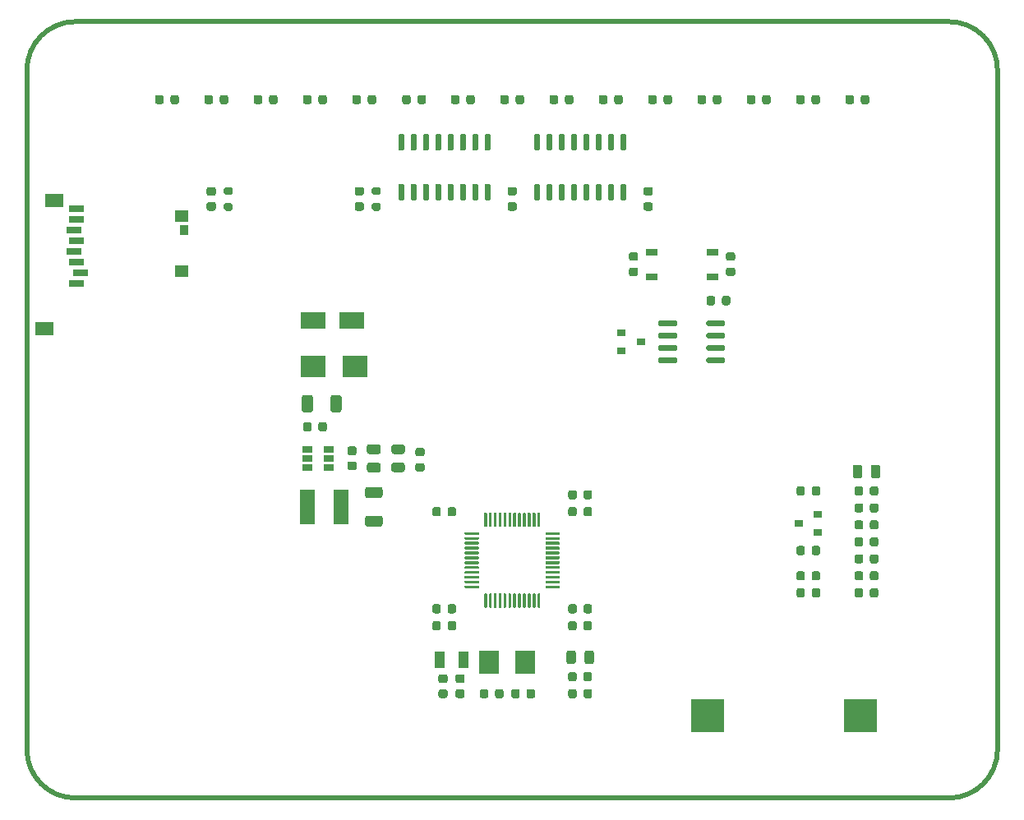
<source format=gbr>
G04 #@! TF.GenerationSoftware,KiCad,Pcbnew,(5.1.8)-1*
G04 #@! TF.CreationDate,2021-02-11T17:25:07-06:00*
G04 #@! TF.ProjectId,CANDash 2,43414e44-6173-4682-9032-2e6b69636164,2A*
G04 #@! TF.SameCoordinates,Original*
G04 #@! TF.FileFunction,Paste,Top*
G04 #@! TF.FilePolarity,Positive*
%FSLAX46Y46*%
G04 Gerber Fmt 4.6, Leading zero omitted, Abs format (unit mm)*
G04 Created by KiCad (PCBNEW (5.1.8)-1) date 2021-02-11 17:25:07*
%MOMM*%
%LPD*%
G01*
G04 APERTURE LIST*
G04 #@! TA.AperFunction,Profile*
%ADD10C,0.508000*%
G04 #@! TD*
%ADD11R,1.000000X1.800000*%
%ADD12R,1.900000X1.400000*%
%ADD13R,1.400000X1.300000*%
%ADD14R,0.950000X1.000000*%
%ADD15R,1.500000X0.800000*%
%ADD16R,1.500000X3.600000*%
%ADD17R,3.500000X3.500000*%
%ADD18R,1.060000X0.650000*%
%ADD19R,2.500000X2.300000*%
%ADD20R,2.500000X1.800000*%
%ADD21R,1.200000X0.800000*%
%ADD22R,2.000000X2.400000*%
%ADD23R,0.900000X0.800000*%
G04 APERTURE END LIST*
D10*
X105000000Y-65000000D02*
X195000000Y-65000000D01*
X200000000Y-70000000D02*
X200000000Y-140000000D01*
X200000000Y-70000000D02*
G75*
G03*
X195000000Y-65000000I-5000000J0D01*
G01*
X100000000Y-70000000D02*
X100000000Y-140000000D01*
X105000000Y-65000000D02*
G75*
G03*
X100000000Y-70000000I0J-5000000D01*
G01*
X195000000Y-145000000D02*
X105000000Y-145000000D01*
X195000000Y-145000000D02*
G75*
G03*
X200000000Y-140000000I0J5000000D01*
G01*
X100000000Y-140000000D02*
G75*
G03*
X105000000Y-145000000I5000000J0D01*
G01*
D11*
X142500000Y-130750000D03*
X145000000Y-130750000D03*
D12*
X101800000Y-96600000D03*
X102800000Y-83450000D03*
D13*
X115950000Y-90750000D03*
X115950000Y-85050000D03*
D14*
X116175000Y-86440000D03*
D15*
X105090000Y-84240000D03*
X105090000Y-85340000D03*
X104890000Y-86440000D03*
X105090000Y-87540000D03*
X104890000Y-88640000D03*
X105090000Y-89740000D03*
X105490000Y-90840000D03*
X105090000Y-91940000D03*
G36*
G01*
X135099550Y-115900000D02*
X136400450Y-115900000D01*
G75*
G02*
X136650000Y-116149550I0J-249550D01*
G01*
X136650000Y-116800450D01*
G75*
G02*
X136400450Y-117050000I-249550J0D01*
G01*
X135099550Y-117050000D01*
G75*
G02*
X134850000Y-116800450I0J249550D01*
G01*
X134850000Y-116149550D01*
G75*
G02*
X135099550Y-115900000I249550J0D01*
G01*
G37*
G36*
G01*
X135099999Y-112950000D02*
X136400001Y-112950000D01*
G75*
G02*
X136650000Y-113199999I0J-249999D01*
G01*
X136650000Y-113850001D01*
G75*
G02*
X136400001Y-114100000I-249999J0D01*
G01*
X135099999Y-114100000D01*
G75*
G02*
X134850000Y-113850001I0J249999D01*
G01*
X134850000Y-113199999D01*
G75*
G02*
X135099999Y-112950000I249999J0D01*
G01*
G37*
G36*
G01*
X136225000Y-109550000D02*
X135275000Y-109550000D01*
G75*
G02*
X135025000Y-109300000I0J250000D01*
G01*
X135025000Y-108800000D01*
G75*
G02*
X135275000Y-108550000I250000J0D01*
G01*
X136225000Y-108550000D01*
G75*
G02*
X136475000Y-108800000I0J-250000D01*
G01*
X136475000Y-109300000D01*
G75*
G02*
X136225000Y-109550000I-250000J0D01*
G01*
G37*
G36*
G01*
X136225000Y-111450000D02*
X135275000Y-111450000D01*
G75*
G02*
X135025000Y-111200000I0J250000D01*
G01*
X135025000Y-110700000D01*
G75*
G02*
X135275000Y-110450000I250000J0D01*
G01*
X136225000Y-110450000D01*
G75*
G02*
X136475000Y-110700000I0J-250000D01*
G01*
X136475000Y-111200000D01*
G75*
G02*
X136225000Y-111450000I-250000J0D01*
G01*
G37*
D16*
X132400000Y-115000000D03*
X128900000Y-115000000D03*
D17*
X170130000Y-136500000D03*
X185870000Y-136500000D03*
G36*
G01*
X161295000Y-76550000D02*
X161595000Y-76550000D01*
G75*
G02*
X161745000Y-76700000I0J-150000D01*
G01*
X161745000Y-78150000D01*
G75*
G02*
X161595000Y-78300000I-150000J0D01*
G01*
X161295000Y-78300000D01*
G75*
G02*
X161145000Y-78150000I0J150000D01*
G01*
X161145000Y-76700000D01*
G75*
G02*
X161295000Y-76550000I150000J0D01*
G01*
G37*
G36*
G01*
X160025000Y-76550000D02*
X160325000Y-76550000D01*
G75*
G02*
X160475000Y-76700000I0J-150000D01*
G01*
X160475000Y-78150000D01*
G75*
G02*
X160325000Y-78300000I-150000J0D01*
G01*
X160025000Y-78300000D01*
G75*
G02*
X159875000Y-78150000I0J150000D01*
G01*
X159875000Y-76700000D01*
G75*
G02*
X160025000Y-76550000I150000J0D01*
G01*
G37*
G36*
G01*
X158755000Y-76550000D02*
X159055000Y-76550000D01*
G75*
G02*
X159205000Y-76700000I0J-150000D01*
G01*
X159205000Y-78150000D01*
G75*
G02*
X159055000Y-78300000I-150000J0D01*
G01*
X158755000Y-78300000D01*
G75*
G02*
X158605000Y-78150000I0J150000D01*
G01*
X158605000Y-76700000D01*
G75*
G02*
X158755000Y-76550000I150000J0D01*
G01*
G37*
G36*
G01*
X157485000Y-76550000D02*
X157785000Y-76550000D01*
G75*
G02*
X157935000Y-76700000I0J-150000D01*
G01*
X157935000Y-78150000D01*
G75*
G02*
X157785000Y-78300000I-150000J0D01*
G01*
X157485000Y-78300000D01*
G75*
G02*
X157335000Y-78150000I0J150000D01*
G01*
X157335000Y-76700000D01*
G75*
G02*
X157485000Y-76550000I150000J0D01*
G01*
G37*
G36*
G01*
X156215000Y-76550000D02*
X156515000Y-76550000D01*
G75*
G02*
X156665000Y-76700000I0J-150000D01*
G01*
X156665000Y-78150000D01*
G75*
G02*
X156515000Y-78300000I-150000J0D01*
G01*
X156215000Y-78300000D01*
G75*
G02*
X156065000Y-78150000I0J150000D01*
G01*
X156065000Y-76700000D01*
G75*
G02*
X156215000Y-76550000I150000J0D01*
G01*
G37*
G36*
G01*
X154945000Y-76550000D02*
X155245000Y-76550000D01*
G75*
G02*
X155395000Y-76700000I0J-150000D01*
G01*
X155395000Y-78150000D01*
G75*
G02*
X155245000Y-78300000I-150000J0D01*
G01*
X154945000Y-78300000D01*
G75*
G02*
X154795000Y-78150000I0J150000D01*
G01*
X154795000Y-76700000D01*
G75*
G02*
X154945000Y-76550000I150000J0D01*
G01*
G37*
G36*
G01*
X153675000Y-76550000D02*
X153975000Y-76550000D01*
G75*
G02*
X154125000Y-76700000I0J-150000D01*
G01*
X154125000Y-78150000D01*
G75*
G02*
X153975000Y-78300000I-150000J0D01*
G01*
X153675000Y-78300000D01*
G75*
G02*
X153525000Y-78150000I0J150000D01*
G01*
X153525000Y-76700000D01*
G75*
G02*
X153675000Y-76550000I150000J0D01*
G01*
G37*
G36*
G01*
X152405000Y-76550000D02*
X152705000Y-76550000D01*
G75*
G02*
X152855000Y-76700000I0J-150000D01*
G01*
X152855000Y-78150000D01*
G75*
G02*
X152705000Y-78300000I-150000J0D01*
G01*
X152405000Y-78300000D01*
G75*
G02*
X152255000Y-78150000I0J150000D01*
G01*
X152255000Y-76700000D01*
G75*
G02*
X152405000Y-76550000I150000J0D01*
G01*
G37*
G36*
G01*
X152405000Y-81700000D02*
X152705000Y-81700000D01*
G75*
G02*
X152855000Y-81850000I0J-150000D01*
G01*
X152855000Y-83300000D01*
G75*
G02*
X152705000Y-83450000I-150000J0D01*
G01*
X152405000Y-83450000D01*
G75*
G02*
X152255000Y-83300000I0J150000D01*
G01*
X152255000Y-81850000D01*
G75*
G02*
X152405000Y-81700000I150000J0D01*
G01*
G37*
G36*
G01*
X153675000Y-81700000D02*
X153975000Y-81700000D01*
G75*
G02*
X154125000Y-81850000I0J-150000D01*
G01*
X154125000Y-83300000D01*
G75*
G02*
X153975000Y-83450000I-150000J0D01*
G01*
X153675000Y-83450000D01*
G75*
G02*
X153525000Y-83300000I0J150000D01*
G01*
X153525000Y-81850000D01*
G75*
G02*
X153675000Y-81700000I150000J0D01*
G01*
G37*
G36*
G01*
X154945000Y-81700000D02*
X155245000Y-81700000D01*
G75*
G02*
X155395000Y-81850000I0J-150000D01*
G01*
X155395000Y-83300000D01*
G75*
G02*
X155245000Y-83450000I-150000J0D01*
G01*
X154945000Y-83450000D01*
G75*
G02*
X154795000Y-83300000I0J150000D01*
G01*
X154795000Y-81850000D01*
G75*
G02*
X154945000Y-81700000I150000J0D01*
G01*
G37*
G36*
G01*
X156215000Y-81700000D02*
X156515000Y-81700000D01*
G75*
G02*
X156665000Y-81850000I0J-150000D01*
G01*
X156665000Y-83300000D01*
G75*
G02*
X156515000Y-83450000I-150000J0D01*
G01*
X156215000Y-83450000D01*
G75*
G02*
X156065000Y-83300000I0J150000D01*
G01*
X156065000Y-81850000D01*
G75*
G02*
X156215000Y-81700000I150000J0D01*
G01*
G37*
G36*
G01*
X157485000Y-81700000D02*
X157785000Y-81700000D01*
G75*
G02*
X157935000Y-81850000I0J-150000D01*
G01*
X157935000Y-83300000D01*
G75*
G02*
X157785000Y-83450000I-150000J0D01*
G01*
X157485000Y-83450000D01*
G75*
G02*
X157335000Y-83300000I0J150000D01*
G01*
X157335000Y-81850000D01*
G75*
G02*
X157485000Y-81700000I150000J0D01*
G01*
G37*
G36*
G01*
X158755000Y-81700000D02*
X159055000Y-81700000D01*
G75*
G02*
X159205000Y-81850000I0J-150000D01*
G01*
X159205000Y-83300000D01*
G75*
G02*
X159055000Y-83450000I-150000J0D01*
G01*
X158755000Y-83450000D01*
G75*
G02*
X158605000Y-83300000I0J150000D01*
G01*
X158605000Y-81850000D01*
G75*
G02*
X158755000Y-81700000I150000J0D01*
G01*
G37*
G36*
G01*
X160025000Y-81700000D02*
X160325000Y-81700000D01*
G75*
G02*
X160475000Y-81850000I0J-150000D01*
G01*
X160475000Y-83300000D01*
G75*
G02*
X160325000Y-83450000I-150000J0D01*
G01*
X160025000Y-83450000D01*
G75*
G02*
X159875000Y-83300000I0J150000D01*
G01*
X159875000Y-81850000D01*
G75*
G02*
X160025000Y-81700000I150000J0D01*
G01*
G37*
G36*
G01*
X161295000Y-81700000D02*
X161595000Y-81700000D01*
G75*
G02*
X161745000Y-81850000I0J-150000D01*
G01*
X161745000Y-83300000D01*
G75*
G02*
X161595000Y-83450000I-150000J0D01*
G01*
X161295000Y-83450000D01*
G75*
G02*
X161145000Y-83300000I0J150000D01*
G01*
X161145000Y-81850000D01*
G75*
G02*
X161295000Y-81700000I150000J0D01*
G01*
G37*
G36*
G01*
X147295000Y-76550000D02*
X147595000Y-76550000D01*
G75*
G02*
X147745000Y-76700000I0J-150000D01*
G01*
X147745000Y-78150000D01*
G75*
G02*
X147595000Y-78300000I-150000J0D01*
G01*
X147295000Y-78300000D01*
G75*
G02*
X147145000Y-78150000I0J150000D01*
G01*
X147145000Y-76700000D01*
G75*
G02*
X147295000Y-76550000I150000J0D01*
G01*
G37*
G36*
G01*
X146025000Y-76550000D02*
X146325000Y-76550000D01*
G75*
G02*
X146475000Y-76700000I0J-150000D01*
G01*
X146475000Y-78150000D01*
G75*
G02*
X146325000Y-78300000I-150000J0D01*
G01*
X146025000Y-78300000D01*
G75*
G02*
X145875000Y-78150000I0J150000D01*
G01*
X145875000Y-76700000D01*
G75*
G02*
X146025000Y-76550000I150000J0D01*
G01*
G37*
G36*
G01*
X144755000Y-76550000D02*
X145055000Y-76550000D01*
G75*
G02*
X145205000Y-76700000I0J-150000D01*
G01*
X145205000Y-78150000D01*
G75*
G02*
X145055000Y-78300000I-150000J0D01*
G01*
X144755000Y-78300000D01*
G75*
G02*
X144605000Y-78150000I0J150000D01*
G01*
X144605000Y-76700000D01*
G75*
G02*
X144755000Y-76550000I150000J0D01*
G01*
G37*
G36*
G01*
X143485000Y-76550000D02*
X143785000Y-76550000D01*
G75*
G02*
X143935000Y-76700000I0J-150000D01*
G01*
X143935000Y-78150000D01*
G75*
G02*
X143785000Y-78300000I-150000J0D01*
G01*
X143485000Y-78300000D01*
G75*
G02*
X143335000Y-78150000I0J150000D01*
G01*
X143335000Y-76700000D01*
G75*
G02*
X143485000Y-76550000I150000J0D01*
G01*
G37*
G36*
G01*
X142215000Y-76550000D02*
X142515000Y-76550000D01*
G75*
G02*
X142665000Y-76700000I0J-150000D01*
G01*
X142665000Y-78150000D01*
G75*
G02*
X142515000Y-78300000I-150000J0D01*
G01*
X142215000Y-78300000D01*
G75*
G02*
X142065000Y-78150000I0J150000D01*
G01*
X142065000Y-76700000D01*
G75*
G02*
X142215000Y-76550000I150000J0D01*
G01*
G37*
G36*
G01*
X140945000Y-76550000D02*
X141245000Y-76550000D01*
G75*
G02*
X141395000Y-76700000I0J-150000D01*
G01*
X141395000Y-78150000D01*
G75*
G02*
X141245000Y-78300000I-150000J0D01*
G01*
X140945000Y-78300000D01*
G75*
G02*
X140795000Y-78150000I0J150000D01*
G01*
X140795000Y-76700000D01*
G75*
G02*
X140945000Y-76550000I150000J0D01*
G01*
G37*
G36*
G01*
X139675000Y-76550000D02*
X139975000Y-76550000D01*
G75*
G02*
X140125000Y-76700000I0J-150000D01*
G01*
X140125000Y-78150000D01*
G75*
G02*
X139975000Y-78300000I-150000J0D01*
G01*
X139675000Y-78300000D01*
G75*
G02*
X139525000Y-78150000I0J150000D01*
G01*
X139525000Y-76700000D01*
G75*
G02*
X139675000Y-76550000I150000J0D01*
G01*
G37*
G36*
G01*
X138405000Y-76550000D02*
X138705000Y-76550000D01*
G75*
G02*
X138855000Y-76700000I0J-150000D01*
G01*
X138855000Y-78150000D01*
G75*
G02*
X138705000Y-78300000I-150000J0D01*
G01*
X138405000Y-78300000D01*
G75*
G02*
X138255000Y-78150000I0J150000D01*
G01*
X138255000Y-76700000D01*
G75*
G02*
X138405000Y-76550000I150000J0D01*
G01*
G37*
G36*
G01*
X138405000Y-81700000D02*
X138705000Y-81700000D01*
G75*
G02*
X138855000Y-81850000I0J-150000D01*
G01*
X138855000Y-83300000D01*
G75*
G02*
X138705000Y-83450000I-150000J0D01*
G01*
X138405000Y-83450000D01*
G75*
G02*
X138255000Y-83300000I0J150000D01*
G01*
X138255000Y-81850000D01*
G75*
G02*
X138405000Y-81700000I150000J0D01*
G01*
G37*
G36*
G01*
X139675000Y-81700000D02*
X139975000Y-81700000D01*
G75*
G02*
X140125000Y-81850000I0J-150000D01*
G01*
X140125000Y-83300000D01*
G75*
G02*
X139975000Y-83450000I-150000J0D01*
G01*
X139675000Y-83450000D01*
G75*
G02*
X139525000Y-83300000I0J150000D01*
G01*
X139525000Y-81850000D01*
G75*
G02*
X139675000Y-81700000I150000J0D01*
G01*
G37*
G36*
G01*
X140945000Y-81700000D02*
X141245000Y-81700000D01*
G75*
G02*
X141395000Y-81850000I0J-150000D01*
G01*
X141395000Y-83300000D01*
G75*
G02*
X141245000Y-83450000I-150000J0D01*
G01*
X140945000Y-83450000D01*
G75*
G02*
X140795000Y-83300000I0J150000D01*
G01*
X140795000Y-81850000D01*
G75*
G02*
X140945000Y-81700000I150000J0D01*
G01*
G37*
G36*
G01*
X142215000Y-81700000D02*
X142515000Y-81700000D01*
G75*
G02*
X142665000Y-81850000I0J-150000D01*
G01*
X142665000Y-83300000D01*
G75*
G02*
X142515000Y-83450000I-150000J0D01*
G01*
X142215000Y-83450000D01*
G75*
G02*
X142065000Y-83300000I0J150000D01*
G01*
X142065000Y-81850000D01*
G75*
G02*
X142215000Y-81700000I150000J0D01*
G01*
G37*
G36*
G01*
X143485000Y-81700000D02*
X143785000Y-81700000D01*
G75*
G02*
X143935000Y-81850000I0J-150000D01*
G01*
X143935000Y-83300000D01*
G75*
G02*
X143785000Y-83450000I-150000J0D01*
G01*
X143485000Y-83450000D01*
G75*
G02*
X143335000Y-83300000I0J150000D01*
G01*
X143335000Y-81850000D01*
G75*
G02*
X143485000Y-81700000I150000J0D01*
G01*
G37*
G36*
G01*
X144755000Y-81700000D02*
X145055000Y-81700000D01*
G75*
G02*
X145205000Y-81850000I0J-150000D01*
G01*
X145205000Y-83300000D01*
G75*
G02*
X145055000Y-83450000I-150000J0D01*
G01*
X144755000Y-83450000D01*
G75*
G02*
X144605000Y-83300000I0J150000D01*
G01*
X144605000Y-81850000D01*
G75*
G02*
X144755000Y-81700000I150000J0D01*
G01*
G37*
G36*
G01*
X146025000Y-81700000D02*
X146325000Y-81700000D01*
G75*
G02*
X146475000Y-81850000I0J-150000D01*
G01*
X146475000Y-83300000D01*
G75*
G02*
X146325000Y-83450000I-150000J0D01*
G01*
X146025000Y-83450000D01*
G75*
G02*
X145875000Y-83300000I0J150000D01*
G01*
X145875000Y-81850000D01*
G75*
G02*
X146025000Y-81700000I150000J0D01*
G01*
G37*
G36*
G01*
X147295000Y-81700000D02*
X147595000Y-81700000D01*
G75*
G02*
X147745000Y-81850000I0J-150000D01*
G01*
X147745000Y-83300000D01*
G75*
G02*
X147595000Y-83450000I-150000J0D01*
G01*
X147295000Y-83450000D01*
G75*
G02*
X147145000Y-83300000I0J150000D01*
G01*
X147145000Y-81850000D01*
G75*
G02*
X147295000Y-81700000I150000J0D01*
G01*
G37*
G36*
G01*
X120475000Y-83687500D02*
X121025000Y-83687500D01*
G75*
G02*
X121225000Y-83887500I0J-200000D01*
G01*
X121225000Y-84287500D01*
G75*
G02*
X121025000Y-84487500I-200000J0D01*
G01*
X120475000Y-84487500D01*
G75*
G02*
X120275000Y-84287500I0J200000D01*
G01*
X120275000Y-83887500D01*
G75*
G02*
X120475000Y-83687500I200000J0D01*
G01*
G37*
G36*
G01*
X120475000Y-82037500D02*
X121025000Y-82037500D01*
G75*
G02*
X121225000Y-82237500I0J-200000D01*
G01*
X121225000Y-82637500D01*
G75*
G02*
X121025000Y-82837500I-200000J0D01*
G01*
X120475000Y-82837500D01*
G75*
G02*
X120275000Y-82637500I0J200000D01*
G01*
X120275000Y-82237500D01*
G75*
G02*
X120475000Y-82037500I200000J0D01*
G01*
G37*
G36*
G01*
X136275000Y-82837500D02*
X135725000Y-82837500D01*
G75*
G02*
X135525000Y-82637500I0J200000D01*
G01*
X135525000Y-82237500D01*
G75*
G02*
X135725000Y-82037500I200000J0D01*
G01*
X136275000Y-82037500D01*
G75*
G02*
X136475000Y-82237500I0J-200000D01*
G01*
X136475000Y-82637500D01*
G75*
G02*
X136275000Y-82837500I-200000J0D01*
G01*
G37*
G36*
G01*
X136275000Y-84487500D02*
X135725000Y-84487500D01*
G75*
G02*
X135525000Y-84287500I0J200000D01*
G01*
X135525000Y-83887500D01*
G75*
G02*
X135725000Y-83687500I200000J0D01*
G01*
X136275000Y-83687500D01*
G75*
G02*
X136475000Y-83887500I0J-200000D01*
G01*
X136475000Y-84287500D01*
G75*
G02*
X136275000Y-84487500I-200000J0D01*
G01*
G37*
G36*
G01*
X118750000Y-83587500D02*
X119250000Y-83587500D01*
G75*
G02*
X119475000Y-83812500I0J-225000D01*
G01*
X119475000Y-84262500D01*
G75*
G02*
X119250000Y-84487500I-225000J0D01*
G01*
X118750000Y-84487500D01*
G75*
G02*
X118525000Y-84262500I0J225000D01*
G01*
X118525000Y-83812500D01*
G75*
G02*
X118750000Y-83587500I225000J0D01*
G01*
G37*
G36*
G01*
X118750000Y-82037500D02*
X119250000Y-82037500D01*
G75*
G02*
X119475000Y-82262500I0J-225000D01*
G01*
X119475000Y-82712500D01*
G75*
G02*
X119250000Y-82937500I-225000J0D01*
G01*
X118750000Y-82937500D01*
G75*
G02*
X118525000Y-82712500I0J225000D01*
G01*
X118525000Y-82262500D01*
G75*
G02*
X118750000Y-82037500I225000J0D01*
G01*
G37*
G36*
G01*
X144375000Y-133800000D02*
X144875000Y-133800000D01*
G75*
G02*
X145100000Y-134025000I0J-225000D01*
G01*
X145100000Y-134475000D01*
G75*
G02*
X144875000Y-134700000I-225000J0D01*
G01*
X144375000Y-134700000D01*
G75*
G02*
X144150000Y-134475000I0J225000D01*
G01*
X144150000Y-134025000D01*
G75*
G02*
X144375000Y-133800000I225000J0D01*
G01*
G37*
G36*
G01*
X144375000Y-132250000D02*
X144875000Y-132250000D01*
G75*
G02*
X145100000Y-132475000I0J-225000D01*
G01*
X145100000Y-132925000D01*
G75*
G02*
X144875000Y-133150000I-225000J0D01*
G01*
X144375000Y-133150000D01*
G75*
G02*
X144150000Y-132925000I0J225000D01*
G01*
X144150000Y-132475000D01*
G75*
G02*
X144375000Y-132250000I225000J0D01*
G01*
G37*
G36*
G01*
X142625000Y-133800000D02*
X143125000Y-133800000D01*
G75*
G02*
X143350000Y-134025000I0J-225000D01*
G01*
X143350000Y-134475000D01*
G75*
G02*
X143125000Y-134700000I-225000J0D01*
G01*
X142625000Y-134700000D01*
G75*
G02*
X142400000Y-134475000I0J225000D01*
G01*
X142400000Y-134025000D01*
G75*
G02*
X142625000Y-133800000I225000J0D01*
G01*
G37*
G36*
G01*
X142625000Y-132250000D02*
X143125000Y-132250000D01*
G75*
G02*
X143350000Y-132475000I0J-225000D01*
G01*
X143350000Y-132925000D01*
G75*
G02*
X143125000Y-133150000I-225000J0D01*
G01*
X142625000Y-133150000D01*
G75*
G02*
X142400000Y-132925000I0J225000D01*
G01*
X142400000Y-132475000D01*
G75*
G02*
X142625000Y-132250000I225000J0D01*
G01*
G37*
G36*
G01*
X131275000Y-105025450D02*
X131275000Y-103724550D01*
G75*
G02*
X131524550Y-103475000I249550J0D01*
G01*
X132175450Y-103475000D01*
G75*
G02*
X132425000Y-103724550I0J-249550D01*
G01*
X132425000Y-105025450D01*
G75*
G02*
X132175450Y-105275000I-249550J0D01*
G01*
X131524550Y-105275000D01*
G75*
G02*
X131275000Y-105025450I0J249550D01*
G01*
G37*
G36*
G01*
X128325000Y-105025001D02*
X128325000Y-103724999D01*
G75*
G02*
X128574999Y-103475000I249999J0D01*
G01*
X129225001Y-103475000D01*
G75*
G02*
X129475000Y-103724999I0J-249999D01*
G01*
X129475000Y-105025001D01*
G75*
G02*
X129225001Y-105275000I-249999J0D01*
G01*
X128574999Y-105275000D01*
G75*
G02*
X128325000Y-105025001I0J249999D01*
G01*
G37*
D18*
X128900000Y-110000000D03*
X128900000Y-110950000D03*
X128900000Y-109050000D03*
X131100000Y-109050000D03*
X131100000Y-110000000D03*
X131100000Y-110950000D03*
G36*
G01*
X133750000Y-109675000D02*
X133250000Y-109675000D01*
G75*
G02*
X133025000Y-109450000I0J225000D01*
G01*
X133025000Y-109000000D01*
G75*
G02*
X133250000Y-108775000I225000J0D01*
G01*
X133750000Y-108775000D01*
G75*
G02*
X133975000Y-109000000I0J-225000D01*
G01*
X133975000Y-109450000D01*
G75*
G02*
X133750000Y-109675000I-225000J0D01*
G01*
G37*
G36*
G01*
X133750000Y-111225000D02*
X133250000Y-111225000D01*
G75*
G02*
X133025000Y-111000000I0J225000D01*
G01*
X133025000Y-110550000D01*
G75*
G02*
X133250000Y-110325000I225000J0D01*
G01*
X133750000Y-110325000D01*
G75*
G02*
X133975000Y-110550000I0J-225000D01*
G01*
X133975000Y-111000000D01*
G75*
G02*
X133750000Y-111225000I-225000J0D01*
G01*
G37*
D19*
X133800000Y-100500000D03*
X129500000Y-100500000D03*
D20*
X129500000Y-95790000D03*
X133500000Y-95790000D03*
G36*
G01*
X181735000Y-123603750D02*
X181735000Y-124116250D01*
G75*
G02*
X181516250Y-124335000I-218750J0D01*
G01*
X181078750Y-124335000D01*
G75*
G02*
X180860000Y-124116250I0J218750D01*
G01*
X180860000Y-123603750D01*
G75*
G02*
X181078750Y-123385000I218750J0D01*
G01*
X181516250Y-123385000D01*
G75*
G02*
X181735000Y-123603750I0J-218750D01*
G01*
G37*
G36*
G01*
X180160000Y-123603750D02*
X180160000Y-124116250D01*
G75*
G02*
X179941250Y-124335000I-218750J0D01*
G01*
X179503750Y-124335000D01*
G75*
G02*
X179285000Y-124116250I0J218750D01*
G01*
X179285000Y-123603750D01*
G75*
G02*
X179503750Y-123385000I218750J0D01*
G01*
X179941250Y-123385000D01*
G75*
G02*
X180160000Y-123603750I0J-218750D01*
G01*
G37*
G36*
G01*
X180160000Y-121853750D02*
X180160000Y-122366250D01*
G75*
G02*
X179941250Y-122585000I-218750J0D01*
G01*
X179503750Y-122585000D01*
G75*
G02*
X179285000Y-122366250I0J218750D01*
G01*
X179285000Y-121853750D01*
G75*
G02*
X179503750Y-121635000I218750J0D01*
G01*
X179941250Y-121635000D01*
G75*
G02*
X180160000Y-121853750I0J-218750D01*
G01*
G37*
G36*
G01*
X181735000Y-121853750D02*
X181735000Y-122366250D01*
G75*
G02*
X181516250Y-122585000I-218750J0D01*
G01*
X181078750Y-122585000D01*
G75*
G02*
X180860000Y-122366250I0J218750D01*
G01*
X180860000Y-121853750D01*
G75*
G02*
X181078750Y-121635000I218750J0D01*
G01*
X181516250Y-121635000D01*
G75*
G02*
X181735000Y-121853750I0J-218750D01*
G01*
G37*
G36*
G01*
X186850000Y-124116250D02*
X186850000Y-123603750D01*
G75*
G02*
X187068750Y-123385000I218750J0D01*
G01*
X187506250Y-123385000D01*
G75*
G02*
X187725000Y-123603750I0J-218750D01*
G01*
X187725000Y-124116250D01*
G75*
G02*
X187506250Y-124335000I-218750J0D01*
G01*
X187068750Y-124335000D01*
G75*
G02*
X186850000Y-124116250I0J218750D01*
G01*
G37*
G36*
G01*
X185275000Y-124116250D02*
X185275000Y-123603750D01*
G75*
G02*
X185493750Y-123385000I218750J0D01*
G01*
X185931250Y-123385000D01*
G75*
G02*
X186150000Y-123603750I0J-218750D01*
G01*
X186150000Y-124116250D01*
G75*
G02*
X185931250Y-124335000I-218750J0D01*
G01*
X185493750Y-124335000D01*
G75*
G02*
X185275000Y-124116250I0J218750D01*
G01*
G37*
G36*
G01*
X186850000Y-122366250D02*
X186850000Y-121853750D01*
G75*
G02*
X187068750Y-121635000I218750J0D01*
G01*
X187506250Y-121635000D01*
G75*
G02*
X187725000Y-121853750I0J-218750D01*
G01*
X187725000Y-122366250D01*
G75*
G02*
X187506250Y-122585000I-218750J0D01*
G01*
X187068750Y-122585000D01*
G75*
G02*
X186850000Y-122366250I0J218750D01*
G01*
G37*
G36*
G01*
X185275000Y-122366250D02*
X185275000Y-121853750D01*
G75*
G02*
X185493750Y-121635000I218750J0D01*
G01*
X185931250Y-121635000D01*
G75*
G02*
X186150000Y-121853750I0J-218750D01*
G01*
X186150000Y-122366250D01*
G75*
G02*
X185931250Y-122585000I-218750J0D01*
G01*
X185493750Y-122585000D01*
G75*
G02*
X185275000Y-122366250I0J218750D01*
G01*
G37*
G36*
G01*
X186850000Y-120616250D02*
X186850000Y-120103750D01*
G75*
G02*
X187068750Y-119885000I218750J0D01*
G01*
X187506250Y-119885000D01*
G75*
G02*
X187725000Y-120103750I0J-218750D01*
G01*
X187725000Y-120616250D01*
G75*
G02*
X187506250Y-120835000I-218750J0D01*
G01*
X187068750Y-120835000D01*
G75*
G02*
X186850000Y-120616250I0J218750D01*
G01*
G37*
G36*
G01*
X185275000Y-120616250D02*
X185275000Y-120103750D01*
G75*
G02*
X185493750Y-119885000I218750J0D01*
G01*
X185931250Y-119885000D01*
G75*
G02*
X186150000Y-120103750I0J-218750D01*
G01*
X186150000Y-120616250D01*
G75*
G02*
X185931250Y-120835000I-218750J0D01*
G01*
X185493750Y-120835000D01*
G75*
G02*
X185275000Y-120616250I0J218750D01*
G01*
G37*
G36*
G01*
X186850000Y-118866250D02*
X186850000Y-118353750D01*
G75*
G02*
X187068750Y-118135000I218750J0D01*
G01*
X187506250Y-118135000D01*
G75*
G02*
X187725000Y-118353750I0J-218750D01*
G01*
X187725000Y-118866250D01*
G75*
G02*
X187506250Y-119085000I-218750J0D01*
G01*
X187068750Y-119085000D01*
G75*
G02*
X186850000Y-118866250I0J218750D01*
G01*
G37*
G36*
G01*
X185275000Y-118866250D02*
X185275000Y-118353750D01*
G75*
G02*
X185493750Y-118135000I218750J0D01*
G01*
X185931250Y-118135000D01*
G75*
G02*
X186150000Y-118353750I0J-218750D01*
G01*
X186150000Y-118866250D01*
G75*
G02*
X185931250Y-119085000I-218750J0D01*
G01*
X185493750Y-119085000D01*
G75*
G02*
X185275000Y-118866250I0J218750D01*
G01*
G37*
G36*
G01*
X186850000Y-117116250D02*
X186850000Y-116603750D01*
G75*
G02*
X187068750Y-116385000I218750J0D01*
G01*
X187506250Y-116385000D01*
G75*
G02*
X187725000Y-116603750I0J-218750D01*
G01*
X187725000Y-117116250D01*
G75*
G02*
X187506250Y-117335000I-218750J0D01*
G01*
X187068750Y-117335000D01*
G75*
G02*
X186850000Y-117116250I0J218750D01*
G01*
G37*
G36*
G01*
X185275000Y-117116250D02*
X185275000Y-116603750D01*
G75*
G02*
X185493750Y-116385000I218750J0D01*
G01*
X185931250Y-116385000D01*
G75*
G02*
X186150000Y-116603750I0J-218750D01*
G01*
X186150000Y-117116250D01*
G75*
G02*
X185931250Y-117335000I-218750J0D01*
G01*
X185493750Y-117335000D01*
G75*
G02*
X185275000Y-117116250I0J218750D01*
G01*
G37*
G36*
G01*
X186850000Y-115366250D02*
X186850000Y-114853750D01*
G75*
G02*
X187068750Y-114635000I218750J0D01*
G01*
X187506250Y-114635000D01*
G75*
G02*
X187725000Y-114853750I0J-218750D01*
G01*
X187725000Y-115366250D01*
G75*
G02*
X187506250Y-115585000I-218750J0D01*
G01*
X187068750Y-115585000D01*
G75*
G02*
X186850000Y-115366250I0J218750D01*
G01*
G37*
G36*
G01*
X185275000Y-115366250D02*
X185275000Y-114853750D01*
G75*
G02*
X185493750Y-114635000I218750J0D01*
G01*
X185931250Y-114635000D01*
G75*
G02*
X186150000Y-114853750I0J-218750D01*
G01*
X186150000Y-115366250D01*
G75*
G02*
X185931250Y-115585000I-218750J0D01*
G01*
X185493750Y-115585000D01*
G75*
G02*
X185275000Y-115366250I0J218750D01*
G01*
G37*
D21*
X170650000Y-91270000D03*
X164350000Y-88730000D03*
X170650000Y-88730000D03*
X164350000Y-91270000D03*
G36*
G01*
X162243750Y-90350000D02*
X162756250Y-90350000D01*
G75*
G02*
X162975000Y-90568750I0J-218750D01*
G01*
X162975000Y-91006250D01*
G75*
G02*
X162756250Y-91225000I-218750J0D01*
G01*
X162243750Y-91225000D01*
G75*
G02*
X162025000Y-91006250I0J218750D01*
G01*
X162025000Y-90568750D01*
G75*
G02*
X162243750Y-90350000I218750J0D01*
G01*
G37*
G36*
G01*
X162243750Y-88775000D02*
X162756250Y-88775000D01*
G75*
G02*
X162975000Y-88993750I0J-218750D01*
G01*
X162975000Y-89431250D01*
G75*
G02*
X162756250Y-89650000I-218750J0D01*
G01*
X162243750Y-89650000D01*
G75*
G02*
X162025000Y-89431250I0J218750D01*
G01*
X162025000Y-88993750D01*
G75*
G02*
X162243750Y-88775000I218750J0D01*
G01*
G37*
G36*
G01*
X172243750Y-90350000D02*
X172756250Y-90350000D01*
G75*
G02*
X172975000Y-90568750I0J-218750D01*
G01*
X172975000Y-91006250D01*
G75*
G02*
X172756250Y-91225000I-218750J0D01*
G01*
X172243750Y-91225000D01*
G75*
G02*
X172025000Y-91006250I0J218750D01*
G01*
X172025000Y-90568750D01*
G75*
G02*
X172243750Y-90350000I218750J0D01*
G01*
G37*
G36*
G01*
X172243750Y-88775000D02*
X172756250Y-88775000D01*
G75*
G02*
X172975000Y-88993750I0J-218750D01*
G01*
X172975000Y-89431250D01*
G75*
G02*
X172756250Y-89650000I-218750J0D01*
G01*
X172243750Y-89650000D01*
G75*
G02*
X172025000Y-89431250I0J218750D01*
G01*
X172025000Y-88993750D01*
G75*
G02*
X172243750Y-88775000I218750J0D01*
G01*
G37*
G36*
G01*
X156650000Y-132243750D02*
X156650000Y-132756250D01*
G75*
G02*
X156431250Y-132975000I-218750J0D01*
G01*
X155993750Y-132975000D01*
G75*
G02*
X155775000Y-132756250I0J218750D01*
G01*
X155775000Y-132243750D01*
G75*
G02*
X155993750Y-132025000I218750J0D01*
G01*
X156431250Y-132025000D01*
G75*
G02*
X156650000Y-132243750I0J-218750D01*
G01*
G37*
G36*
G01*
X158225000Y-132243750D02*
X158225000Y-132756250D01*
G75*
G02*
X158006250Y-132975000I-218750J0D01*
G01*
X157568750Y-132975000D01*
G75*
G02*
X157350000Y-132756250I0J218750D01*
G01*
X157350000Y-132243750D01*
G75*
G02*
X157568750Y-132025000I218750J0D01*
G01*
X158006250Y-132025000D01*
G75*
G02*
X158225000Y-132243750I0J-218750D01*
G01*
G37*
G36*
G01*
X146500000Y-123400000D02*
X145175000Y-123400000D01*
G75*
G02*
X145100000Y-123325000I0J75000D01*
G01*
X145100000Y-123175000D01*
G75*
G02*
X145175000Y-123100000I75000J0D01*
G01*
X146500000Y-123100000D01*
G75*
G02*
X146575000Y-123175000I0J-75000D01*
G01*
X146575000Y-123325000D01*
G75*
G02*
X146500000Y-123400000I-75000J0D01*
G01*
G37*
G36*
G01*
X146500000Y-122900000D02*
X145175000Y-122900000D01*
G75*
G02*
X145100000Y-122825000I0J75000D01*
G01*
X145100000Y-122675000D01*
G75*
G02*
X145175000Y-122600000I75000J0D01*
G01*
X146500000Y-122600000D01*
G75*
G02*
X146575000Y-122675000I0J-75000D01*
G01*
X146575000Y-122825000D01*
G75*
G02*
X146500000Y-122900000I-75000J0D01*
G01*
G37*
G36*
G01*
X146500000Y-122400000D02*
X145175000Y-122400000D01*
G75*
G02*
X145100000Y-122325000I0J75000D01*
G01*
X145100000Y-122175000D01*
G75*
G02*
X145175000Y-122100000I75000J0D01*
G01*
X146500000Y-122100000D01*
G75*
G02*
X146575000Y-122175000I0J-75000D01*
G01*
X146575000Y-122325000D01*
G75*
G02*
X146500000Y-122400000I-75000J0D01*
G01*
G37*
G36*
G01*
X146500000Y-121900000D02*
X145175000Y-121900000D01*
G75*
G02*
X145100000Y-121825000I0J75000D01*
G01*
X145100000Y-121675000D01*
G75*
G02*
X145175000Y-121600000I75000J0D01*
G01*
X146500000Y-121600000D01*
G75*
G02*
X146575000Y-121675000I0J-75000D01*
G01*
X146575000Y-121825000D01*
G75*
G02*
X146500000Y-121900000I-75000J0D01*
G01*
G37*
G36*
G01*
X146500000Y-121400000D02*
X145175000Y-121400000D01*
G75*
G02*
X145100000Y-121325000I0J75000D01*
G01*
X145100000Y-121175000D01*
G75*
G02*
X145175000Y-121100000I75000J0D01*
G01*
X146500000Y-121100000D01*
G75*
G02*
X146575000Y-121175000I0J-75000D01*
G01*
X146575000Y-121325000D01*
G75*
G02*
X146500000Y-121400000I-75000J0D01*
G01*
G37*
G36*
G01*
X146500000Y-120900000D02*
X145175000Y-120900000D01*
G75*
G02*
X145100000Y-120825000I0J75000D01*
G01*
X145100000Y-120675000D01*
G75*
G02*
X145175000Y-120600000I75000J0D01*
G01*
X146500000Y-120600000D01*
G75*
G02*
X146575000Y-120675000I0J-75000D01*
G01*
X146575000Y-120825000D01*
G75*
G02*
X146500000Y-120900000I-75000J0D01*
G01*
G37*
G36*
G01*
X146500000Y-120400000D02*
X145175000Y-120400000D01*
G75*
G02*
X145100000Y-120325000I0J75000D01*
G01*
X145100000Y-120175000D01*
G75*
G02*
X145175000Y-120100000I75000J0D01*
G01*
X146500000Y-120100000D01*
G75*
G02*
X146575000Y-120175000I0J-75000D01*
G01*
X146575000Y-120325000D01*
G75*
G02*
X146500000Y-120400000I-75000J0D01*
G01*
G37*
G36*
G01*
X146500000Y-119900000D02*
X145175000Y-119900000D01*
G75*
G02*
X145100000Y-119825000I0J75000D01*
G01*
X145100000Y-119675000D01*
G75*
G02*
X145175000Y-119600000I75000J0D01*
G01*
X146500000Y-119600000D01*
G75*
G02*
X146575000Y-119675000I0J-75000D01*
G01*
X146575000Y-119825000D01*
G75*
G02*
X146500000Y-119900000I-75000J0D01*
G01*
G37*
G36*
G01*
X146500000Y-119400000D02*
X145175000Y-119400000D01*
G75*
G02*
X145100000Y-119325000I0J75000D01*
G01*
X145100000Y-119175000D01*
G75*
G02*
X145175000Y-119100000I75000J0D01*
G01*
X146500000Y-119100000D01*
G75*
G02*
X146575000Y-119175000I0J-75000D01*
G01*
X146575000Y-119325000D01*
G75*
G02*
X146500000Y-119400000I-75000J0D01*
G01*
G37*
G36*
G01*
X146500000Y-118900000D02*
X145175000Y-118900000D01*
G75*
G02*
X145100000Y-118825000I0J75000D01*
G01*
X145100000Y-118675000D01*
G75*
G02*
X145175000Y-118600000I75000J0D01*
G01*
X146500000Y-118600000D01*
G75*
G02*
X146575000Y-118675000I0J-75000D01*
G01*
X146575000Y-118825000D01*
G75*
G02*
X146500000Y-118900000I-75000J0D01*
G01*
G37*
G36*
G01*
X146500000Y-118400000D02*
X145175000Y-118400000D01*
G75*
G02*
X145100000Y-118325000I0J75000D01*
G01*
X145100000Y-118175000D01*
G75*
G02*
X145175000Y-118100000I75000J0D01*
G01*
X146500000Y-118100000D01*
G75*
G02*
X146575000Y-118175000I0J-75000D01*
G01*
X146575000Y-118325000D01*
G75*
G02*
X146500000Y-118400000I-75000J0D01*
G01*
G37*
G36*
G01*
X146500000Y-117900000D02*
X145175000Y-117900000D01*
G75*
G02*
X145100000Y-117825000I0J75000D01*
G01*
X145100000Y-117675000D01*
G75*
G02*
X145175000Y-117600000I75000J0D01*
G01*
X146500000Y-117600000D01*
G75*
G02*
X146575000Y-117675000I0J-75000D01*
G01*
X146575000Y-117825000D01*
G75*
G02*
X146500000Y-117900000I-75000J0D01*
G01*
G37*
G36*
G01*
X147325000Y-117075000D02*
X147175000Y-117075000D01*
G75*
G02*
X147100000Y-117000000I0J75000D01*
G01*
X147100000Y-115675000D01*
G75*
G02*
X147175000Y-115600000I75000J0D01*
G01*
X147325000Y-115600000D01*
G75*
G02*
X147400000Y-115675000I0J-75000D01*
G01*
X147400000Y-117000000D01*
G75*
G02*
X147325000Y-117075000I-75000J0D01*
G01*
G37*
G36*
G01*
X147825000Y-117075000D02*
X147675000Y-117075000D01*
G75*
G02*
X147600000Y-117000000I0J75000D01*
G01*
X147600000Y-115675000D01*
G75*
G02*
X147675000Y-115600000I75000J0D01*
G01*
X147825000Y-115600000D01*
G75*
G02*
X147900000Y-115675000I0J-75000D01*
G01*
X147900000Y-117000000D01*
G75*
G02*
X147825000Y-117075000I-75000J0D01*
G01*
G37*
G36*
G01*
X148325000Y-117075000D02*
X148175000Y-117075000D01*
G75*
G02*
X148100000Y-117000000I0J75000D01*
G01*
X148100000Y-115675000D01*
G75*
G02*
X148175000Y-115600000I75000J0D01*
G01*
X148325000Y-115600000D01*
G75*
G02*
X148400000Y-115675000I0J-75000D01*
G01*
X148400000Y-117000000D01*
G75*
G02*
X148325000Y-117075000I-75000J0D01*
G01*
G37*
G36*
G01*
X148825000Y-117075000D02*
X148675000Y-117075000D01*
G75*
G02*
X148600000Y-117000000I0J75000D01*
G01*
X148600000Y-115675000D01*
G75*
G02*
X148675000Y-115600000I75000J0D01*
G01*
X148825000Y-115600000D01*
G75*
G02*
X148900000Y-115675000I0J-75000D01*
G01*
X148900000Y-117000000D01*
G75*
G02*
X148825000Y-117075000I-75000J0D01*
G01*
G37*
G36*
G01*
X149325000Y-117075000D02*
X149175000Y-117075000D01*
G75*
G02*
X149100000Y-117000000I0J75000D01*
G01*
X149100000Y-115675000D01*
G75*
G02*
X149175000Y-115600000I75000J0D01*
G01*
X149325000Y-115600000D01*
G75*
G02*
X149400000Y-115675000I0J-75000D01*
G01*
X149400000Y-117000000D01*
G75*
G02*
X149325000Y-117075000I-75000J0D01*
G01*
G37*
G36*
G01*
X149825000Y-117075000D02*
X149675000Y-117075000D01*
G75*
G02*
X149600000Y-117000000I0J75000D01*
G01*
X149600000Y-115675000D01*
G75*
G02*
X149675000Y-115600000I75000J0D01*
G01*
X149825000Y-115600000D01*
G75*
G02*
X149900000Y-115675000I0J-75000D01*
G01*
X149900000Y-117000000D01*
G75*
G02*
X149825000Y-117075000I-75000J0D01*
G01*
G37*
G36*
G01*
X150325000Y-117075000D02*
X150175000Y-117075000D01*
G75*
G02*
X150100000Y-117000000I0J75000D01*
G01*
X150100000Y-115675000D01*
G75*
G02*
X150175000Y-115600000I75000J0D01*
G01*
X150325000Y-115600000D01*
G75*
G02*
X150400000Y-115675000I0J-75000D01*
G01*
X150400000Y-117000000D01*
G75*
G02*
X150325000Y-117075000I-75000J0D01*
G01*
G37*
G36*
G01*
X150825000Y-117075000D02*
X150675000Y-117075000D01*
G75*
G02*
X150600000Y-117000000I0J75000D01*
G01*
X150600000Y-115675000D01*
G75*
G02*
X150675000Y-115600000I75000J0D01*
G01*
X150825000Y-115600000D01*
G75*
G02*
X150900000Y-115675000I0J-75000D01*
G01*
X150900000Y-117000000D01*
G75*
G02*
X150825000Y-117075000I-75000J0D01*
G01*
G37*
G36*
G01*
X151325000Y-117075000D02*
X151175000Y-117075000D01*
G75*
G02*
X151100000Y-117000000I0J75000D01*
G01*
X151100000Y-115675000D01*
G75*
G02*
X151175000Y-115600000I75000J0D01*
G01*
X151325000Y-115600000D01*
G75*
G02*
X151400000Y-115675000I0J-75000D01*
G01*
X151400000Y-117000000D01*
G75*
G02*
X151325000Y-117075000I-75000J0D01*
G01*
G37*
G36*
G01*
X151825000Y-117075000D02*
X151675000Y-117075000D01*
G75*
G02*
X151600000Y-117000000I0J75000D01*
G01*
X151600000Y-115675000D01*
G75*
G02*
X151675000Y-115600000I75000J0D01*
G01*
X151825000Y-115600000D01*
G75*
G02*
X151900000Y-115675000I0J-75000D01*
G01*
X151900000Y-117000000D01*
G75*
G02*
X151825000Y-117075000I-75000J0D01*
G01*
G37*
G36*
G01*
X152325000Y-117075000D02*
X152175000Y-117075000D01*
G75*
G02*
X152100000Y-117000000I0J75000D01*
G01*
X152100000Y-115675000D01*
G75*
G02*
X152175000Y-115600000I75000J0D01*
G01*
X152325000Y-115600000D01*
G75*
G02*
X152400000Y-115675000I0J-75000D01*
G01*
X152400000Y-117000000D01*
G75*
G02*
X152325000Y-117075000I-75000J0D01*
G01*
G37*
G36*
G01*
X152825000Y-117075000D02*
X152675000Y-117075000D01*
G75*
G02*
X152600000Y-117000000I0J75000D01*
G01*
X152600000Y-115675000D01*
G75*
G02*
X152675000Y-115600000I75000J0D01*
G01*
X152825000Y-115600000D01*
G75*
G02*
X152900000Y-115675000I0J-75000D01*
G01*
X152900000Y-117000000D01*
G75*
G02*
X152825000Y-117075000I-75000J0D01*
G01*
G37*
G36*
G01*
X154825000Y-117900000D02*
X153500000Y-117900000D01*
G75*
G02*
X153425000Y-117825000I0J75000D01*
G01*
X153425000Y-117675000D01*
G75*
G02*
X153500000Y-117600000I75000J0D01*
G01*
X154825000Y-117600000D01*
G75*
G02*
X154900000Y-117675000I0J-75000D01*
G01*
X154900000Y-117825000D01*
G75*
G02*
X154825000Y-117900000I-75000J0D01*
G01*
G37*
G36*
G01*
X154825000Y-118400000D02*
X153500000Y-118400000D01*
G75*
G02*
X153425000Y-118325000I0J75000D01*
G01*
X153425000Y-118175000D01*
G75*
G02*
X153500000Y-118100000I75000J0D01*
G01*
X154825000Y-118100000D01*
G75*
G02*
X154900000Y-118175000I0J-75000D01*
G01*
X154900000Y-118325000D01*
G75*
G02*
X154825000Y-118400000I-75000J0D01*
G01*
G37*
G36*
G01*
X154825000Y-118900000D02*
X153500000Y-118900000D01*
G75*
G02*
X153425000Y-118825000I0J75000D01*
G01*
X153425000Y-118675000D01*
G75*
G02*
X153500000Y-118600000I75000J0D01*
G01*
X154825000Y-118600000D01*
G75*
G02*
X154900000Y-118675000I0J-75000D01*
G01*
X154900000Y-118825000D01*
G75*
G02*
X154825000Y-118900000I-75000J0D01*
G01*
G37*
G36*
G01*
X154825000Y-119400000D02*
X153500000Y-119400000D01*
G75*
G02*
X153425000Y-119325000I0J75000D01*
G01*
X153425000Y-119175000D01*
G75*
G02*
X153500000Y-119100000I75000J0D01*
G01*
X154825000Y-119100000D01*
G75*
G02*
X154900000Y-119175000I0J-75000D01*
G01*
X154900000Y-119325000D01*
G75*
G02*
X154825000Y-119400000I-75000J0D01*
G01*
G37*
G36*
G01*
X154825000Y-119900000D02*
X153500000Y-119900000D01*
G75*
G02*
X153425000Y-119825000I0J75000D01*
G01*
X153425000Y-119675000D01*
G75*
G02*
X153500000Y-119600000I75000J0D01*
G01*
X154825000Y-119600000D01*
G75*
G02*
X154900000Y-119675000I0J-75000D01*
G01*
X154900000Y-119825000D01*
G75*
G02*
X154825000Y-119900000I-75000J0D01*
G01*
G37*
G36*
G01*
X154825000Y-120400000D02*
X153500000Y-120400000D01*
G75*
G02*
X153425000Y-120325000I0J75000D01*
G01*
X153425000Y-120175000D01*
G75*
G02*
X153500000Y-120100000I75000J0D01*
G01*
X154825000Y-120100000D01*
G75*
G02*
X154900000Y-120175000I0J-75000D01*
G01*
X154900000Y-120325000D01*
G75*
G02*
X154825000Y-120400000I-75000J0D01*
G01*
G37*
G36*
G01*
X154825000Y-120900000D02*
X153500000Y-120900000D01*
G75*
G02*
X153425000Y-120825000I0J75000D01*
G01*
X153425000Y-120675000D01*
G75*
G02*
X153500000Y-120600000I75000J0D01*
G01*
X154825000Y-120600000D01*
G75*
G02*
X154900000Y-120675000I0J-75000D01*
G01*
X154900000Y-120825000D01*
G75*
G02*
X154825000Y-120900000I-75000J0D01*
G01*
G37*
G36*
G01*
X154825000Y-121400000D02*
X153500000Y-121400000D01*
G75*
G02*
X153425000Y-121325000I0J75000D01*
G01*
X153425000Y-121175000D01*
G75*
G02*
X153500000Y-121100000I75000J0D01*
G01*
X154825000Y-121100000D01*
G75*
G02*
X154900000Y-121175000I0J-75000D01*
G01*
X154900000Y-121325000D01*
G75*
G02*
X154825000Y-121400000I-75000J0D01*
G01*
G37*
G36*
G01*
X154825000Y-121900000D02*
X153500000Y-121900000D01*
G75*
G02*
X153425000Y-121825000I0J75000D01*
G01*
X153425000Y-121675000D01*
G75*
G02*
X153500000Y-121600000I75000J0D01*
G01*
X154825000Y-121600000D01*
G75*
G02*
X154900000Y-121675000I0J-75000D01*
G01*
X154900000Y-121825000D01*
G75*
G02*
X154825000Y-121900000I-75000J0D01*
G01*
G37*
G36*
G01*
X154825000Y-122400000D02*
X153500000Y-122400000D01*
G75*
G02*
X153425000Y-122325000I0J75000D01*
G01*
X153425000Y-122175000D01*
G75*
G02*
X153500000Y-122100000I75000J0D01*
G01*
X154825000Y-122100000D01*
G75*
G02*
X154900000Y-122175000I0J-75000D01*
G01*
X154900000Y-122325000D01*
G75*
G02*
X154825000Y-122400000I-75000J0D01*
G01*
G37*
G36*
G01*
X154825000Y-122900000D02*
X153500000Y-122900000D01*
G75*
G02*
X153425000Y-122825000I0J75000D01*
G01*
X153425000Y-122675000D01*
G75*
G02*
X153500000Y-122600000I75000J0D01*
G01*
X154825000Y-122600000D01*
G75*
G02*
X154900000Y-122675000I0J-75000D01*
G01*
X154900000Y-122825000D01*
G75*
G02*
X154825000Y-122900000I-75000J0D01*
G01*
G37*
G36*
G01*
X154825000Y-123400000D02*
X153500000Y-123400000D01*
G75*
G02*
X153425000Y-123325000I0J75000D01*
G01*
X153425000Y-123175000D01*
G75*
G02*
X153500000Y-123100000I75000J0D01*
G01*
X154825000Y-123100000D01*
G75*
G02*
X154900000Y-123175000I0J-75000D01*
G01*
X154900000Y-123325000D01*
G75*
G02*
X154825000Y-123400000I-75000J0D01*
G01*
G37*
G36*
G01*
X152825000Y-125400000D02*
X152675000Y-125400000D01*
G75*
G02*
X152600000Y-125325000I0J75000D01*
G01*
X152600000Y-124000000D01*
G75*
G02*
X152675000Y-123925000I75000J0D01*
G01*
X152825000Y-123925000D01*
G75*
G02*
X152900000Y-124000000I0J-75000D01*
G01*
X152900000Y-125325000D01*
G75*
G02*
X152825000Y-125400000I-75000J0D01*
G01*
G37*
G36*
G01*
X152325000Y-125400000D02*
X152175000Y-125400000D01*
G75*
G02*
X152100000Y-125325000I0J75000D01*
G01*
X152100000Y-124000000D01*
G75*
G02*
X152175000Y-123925000I75000J0D01*
G01*
X152325000Y-123925000D01*
G75*
G02*
X152400000Y-124000000I0J-75000D01*
G01*
X152400000Y-125325000D01*
G75*
G02*
X152325000Y-125400000I-75000J0D01*
G01*
G37*
G36*
G01*
X151825000Y-125400000D02*
X151675000Y-125400000D01*
G75*
G02*
X151600000Y-125325000I0J75000D01*
G01*
X151600000Y-124000000D01*
G75*
G02*
X151675000Y-123925000I75000J0D01*
G01*
X151825000Y-123925000D01*
G75*
G02*
X151900000Y-124000000I0J-75000D01*
G01*
X151900000Y-125325000D01*
G75*
G02*
X151825000Y-125400000I-75000J0D01*
G01*
G37*
G36*
G01*
X151325000Y-125400000D02*
X151175000Y-125400000D01*
G75*
G02*
X151100000Y-125325000I0J75000D01*
G01*
X151100000Y-124000000D01*
G75*
G02*
X151175000Y-123925000I75000J0D01*
G01*
X151325000Y-123925000D01*
G75*
G02*
X151400000Y-124000000I0J-75000D01*
G01*
X151400000Y-125325000D01*
G75*
G02*
X151325000Y-125400000I-75000J0D01*
G01*
G37*
G36*
G01*
X150825000Y-125400000D02*
X150675000Y-125400000D01*
G75*
G02*
X150600000Y-125325000I0J75000D01*
G01*
X150600000Y-124000000D01*
G75*
G02*
X150675000Y-123925000I75000J0D01*
G01*
X150825000Y-123925000D01*
G75*
G02*
X150900000Y-124000000I0J-75000D01*
G01*
X150900000Y-125325000D01*
G75*
G02*
X150825000Y-125400000I-75000J0D01*
G01*
G37*
G36*
G01*
X150325000Y-125400000D02*
X150175000Y-125400000D01*
G75*
G02*
X150100000Y-125325000I0J75000D01*
G01*
X150100000Y-124000000D01*
G75*
G02*
X150175000Y-123925000I75000J0D01*
G01*
X150325000Y-123925000D01*
G75*
G02*
X150400000Y-124000000I0J-75000D01*
G01*
X150400000Y-125325000D01*
G75*
G02*
X150325000Y-125400000I-75000J0D01*
G01*
G37*
G36*
G01*
X149825000Y-125400000D02*
X149675000Y-125400000D01*
G75*
G02*
X149600000Y-125325000I0J75000D01*
G01*
X149600000Y-124000000D01*
G75*
G02*
X149675000Y-123925000I75000J0D01*
G01*
X149825000Y-123925000D01*
G75*
G02*
X149900000Y-124000000I0J-75000D01*
G01*
X149900000Y-125325000D01*
G75*
G02*
X149825000Y-125400000I-75000J0D01*
G01*
G37*
G36*
G01*
X149325000Y-125400000D02*
X149175000Y-125400000D01*
G75*
G02*
X149100000Y-125325000I0J75000D01*
G01*
X149100000Y-124000000D01*
G75*
G02*
X149175000Y-123925000I75000J0D01*
G01*
X149325000Y-123925000D01*
G75*
G02*
X149400000Y-124000000I0J-75000D01*
G01*
X149400000Y-125325000D01*
G75*
G02*
X149325000Y-125400000I-75000J0D01*
G01*
G37*
G36*
G01*
X148825000Y-125400000D02*
X148675000Y-125400000D01*
G75*
G02*
X148600000Y-125325000I0J75000D01*
G01*
X148600000Y-124000000D01*
G75*
G02*
X148675000Y-123925000I75000J0D01*
G01*
X148825000Y-123925000D01*
G75*
G02*
X148900000Y-124000000I0J-75000D01*
G01*
X148900000Y-125325000D01*
G75*
G02*
X148825000Y-125400000I-75000J0D01*
G01*
G37*
G36*
G01*
X148325000Y-125400000D02*
X148175000Y-125400000D01*
G75*
G02*
X148100000Y-125325000I0J75000D01*
G01*
X148100000Y-124000000D01*
G75*
G02*
X148175000Y-123925000I75000J0D01*
G01*
X148325000Y-123925000D01*
G75*
G02*
X148400000Y-124000000I0J-75000D01*
G01*
X148400000Y-125325000D01*
G75*
G02*
X148325000Y-125400000I-75000J0D01*
G01*
G37*
G36*
G01*
X147825000Y-125400000D02*
X147675000Y-125400000D01*
G75*
G02*
X147600000Y-125325000I0J75000D01*
G01*
X147600000Y-124000000D01*
G75*
G02*
X147675000Y-123925000I75000J0D01*
G01*
X147825000Y-123925000D01*
G75*
G02*
X147900000Y-124000000I0J-75000D01*
G01*
X147900000Y-125325000D01*
G75*
G02*
X147825000Y-125400000I-75000J0D01*
G01*
G37*
G36*
G01*
X147325000Y-125400000D02*
X147175000Y-125400000D01*
G75*
G02*
X147100000Y-125325000I0J75000D01*
G01*
X147100000Y-124000000D01*
G75*
G02*
X147175000Y-123925000I75000J0D01*
G01*
X147325000Y-123925000D01*
G75*
G02*
X147400000Y-124000000I0J-75000D01*
G01*
X147400000Y-125325000D01*
G75*
G02*
X147325000Y-125400000I-75000J0D01*
G01*
G37*
G36*
G01*
X149650000Y-72768750D02*
X149650000Y-73281250D01*
G75*
G02*
X149431250Y-73500000I-218750J0D01*
G01*
X148993750Y-73500000D01*
G75*
G02*
X148775000Y-73281250I0J218750D01*
G01*
X148775000Y-72768750D01*
G75*
G02*
X148993750Y-72550000I218750J0D01*
G01*
X149431250Y-72550000D01*
G75*
G02*
X149650000Y-72768750I0J-218750D01*
G01*
G37*
G36*
G01*
X151225000Y-72768750D02*
X151225000Y-73281250D01*
G75*
G02*
X151006250Y-73500000I-218750J0D01*
G01*
X150568750Y-73500000D01*
G75*
G02*
X150350000Y-73281250I0J218750D01*
G01*
X150350000Y-72768750D01*
G75*
G02*
X150568750Y-72550000I218750J0D01*
G01*
X151006250Y-72550000D01*
G75*
G02*
X151225000Y-72768750I0J-218750D01*
G01*
G37*
G36*
G01*
X114090000Y-72768750D02*
X114090000Y-73281250D01*
G75*
G02*
X113871250Y-73500000I-218750J0D01*
G01*
X113433750Y-73500000D01*
G75*
G02*
X113215000Y-73281250I0J218750D01*
G01*
X113215000Y-72768750D01*
G75*
G02*
X113433750Y-72550000I218750J0D01*
G01*
X113871250Y-72550000D01*
G75*
G02*
X114090000Y-72768750I0J-218750D01*
G01*
G37*
G36*
G01*
X115665000Y-72768750D02*
X115665000Y-73281250D01*
G75*
G02*
X115446250Y-73500000I-218750J0D01*
G01*
X115008750Y-73500000D01*
G75*
G02*
X114790000Y-73281250I0J218750D01*
G01*
X114790000Y-72768750D01*
G75*
G02*
X115008750Y-72550000I218750J0D01*
G01*
X115446250Y-72550000D01*
G75*
G02*
X115665000Y-72768750I0J-218750D01*
G01*
G37*
G36*
G01*
X154730000Y-72768750D02*
X154730000Y-73281250D01*
G75*
G02*
X154511250Y-73500000I-218750J0D01*
G01*
X154073750Y-73500000D01*
G75*
G02*
X153855000Y-73281250I0J218750D01*
G01*
X153855000Y-72768750D01*
G75*
G02*
X154073750Y-72550000I218750J0D01*
G01*
X154511250Y-72550000D01*
G75*
G02*
X154730000Y-72768750I0J-218750D01*
G01*
G37*
G36*
G01*
X156305000Y-72768750D02*
X156305000Y-73281250D01*
G75*
G02*
X156086250Y-73500000I-218750J0D01*
G01*
X155648750Y-73500000D01*
G75*
G02*
X155430000Y-73281250I0J218750D01*
G01*
X155430000Y-72768750D01*
G75*
G02*
X155648750Y-72550000I218750J0D01*
G01*
X156086250Y-72550000D01*
G75*
G02*
X156305000Y-72768750I0J-218750D01*
G01*
G37*
G36*
G01*
X119170000Y-72768750D02*
X119170000Y-73281250D01*
G75*
G02*
X118951250Y-73500000I-218750J0D01*
G01*
X118513750Y-73500000D01*
G75*
G02*
X118295000Y-73281250I0J218750D01*
G01*
X118295000Y-72768750D01*
G75*
G02*
X118513750Y-72550000I218750J0D01*
G01*
X118951250Y-72550000D01*
G75*
G02*
X119170000Y-72768750I0J-218750D01*
G01*
G37*
G36*
G01*
X120745000Y-72768750D02*
X120745000Y-73281250D01*
G75*
G02*
X120526250Y-73500000I-218750J0D01*
G01*
X120088750Y-73500000D01*
G75*
G02*
X119870000Y-73281250I0J218750D01*
G01*
X119870000Y-72768750D01*
G75*
G02*
X120088750Y-72550000I218750J0D01*
G01*
X120526250Y-72550000D01*
G75*
G02*
X120745000Y-72768750I0J-218750D01*
G01*
G37*
G36*
G01*
X159810000Y-72768750D02*
X159810000Y-73281250D01*
G75*
G02*
X159591250Y-73500000I-218750J0D01*
G01*
X159153750Y-73500000D01*
G75*
G02*
X158935000Y-73281250I0J218750D01*
G01*
X158935000Y-72768750D01*
G75*
G02*
X159153750Y-72550000I218750J0D01*
G01*
X159591250Y-72550000D01*
G75*
G02*
X159810000Y-72768750I0J-218750D01*
G01*
G37*
G36*
G01*
X161385000Y-72768750D02*
X161385000Y-73281250D01*
G75*
G02*
X161166250Y-73500000I-218750J0D01*
G01*
X160728750Y-73500000D01*
G75*
G02*
X160510000Y-73281250I0J218750D01*
G01*
X160510000Y-72768750D01*
G75*
G02*
X160728750Y-72550000I218750J0D01*
G01*
X161166250Y-72550000D01*
G75*
G02*
X161385000Y-72768750I0J-218750D01*
G01*
G37*
G36*
G01*
X124250000Y-72768750D02*
X124250000Y-73281250D01*
G75*
G02*
X124031250Y-73500000I-218750J0D01*
G01*
X123593750Y-73500000D01*
G75*
G02*
X123375000Y-73281250I0J218750D01*
G01*
X123375000Y-72768750D01*
G75*
G02*
X123593750Y-72550000I218750J0D01*
G01*
X124031250Y-72550000D01*
G75*
G02*
X124250000Y-72768750I0J-218750D01*
G01*
G37*
G36*
G01*
X125825000Y-72768750D02*
X125825000Y-73281250D01*
G75*
G02*
X125606250Y-73500000I-218750J0D01*
G01*
X125168750Y-73500000D01*
G75*
G02*
X124950000Y-73281250I0J218750D01*
G01*
X124950000Y-72768750D01*
G75*
G02*
X125168750Y-72550000I218750J0D01*
G01*
X125606250Y-72550000D01*
G75*
G02*
X125825000Y-72768750I0J-218750D01*
G01*
G37*
G36*
G01*
X164890000Y-72768750D02*
X164890000Y-73281250D01*
G75*
G02*
X164671250Y-73500000I-218750J0D01*
G01*
X164233750Y-73500000D01*
G75*
G02*
X164015000Y-73281250I0J218750D01*
G01*
X164015000Y-72768750D01*
G75*
G02*
X164233750Y-72550000I218750J0D01*
G01*
X164671250Y-72550000D01*
G75*
G02*
X164890000Y-72768750I0J-218750D01*
G01*
G37*
G36*
G01*
X166465000Y-72768750D02*
X166465000Y-73281250D01*
G75*
G02*
X166246250Y-73500000I-218750J0D01*
G01*
X165808750Y-73500000D01*
G75*
G02*
X165590000Y-73281250I0J218750D01*
G01*
X165590000Y-72768750D01*
G75*
G02*
X165808750Y-72550000I218750J0D01*
G01*
X166246250Y-72550000D01*
G75*
G02*
X166465000Y-72768750I0J-218750D01*
G01*
G37*
G36*
G01*
X129330000Y-72768750D02*
X129330000Y-73281250D01*
G75*
G02*
X129111250Y-73500000I-218750J0D01*
G01*
X128673750Y-73500000D01*
G75*
G02*
X128455000Y-73281250I0J218750D01*
G01*
X128455000Y-72768750D01*
G75*
G02*
X128673750Y-72550000I218750J0D01*
G01*
X129111250Y-72550000D01*
G75*
G02*
X129330000Y-72768750I0J-218750D01*
G01*
G37*
G36*
G01*
X130905000Y-72768750D02*
X130905000Y-73281250D01*
G75*
G02*
X130686250Y-73500000I-218750J0D01*
G01*
X130248750Y-73500000D01*
G75*
G02*
X130030000Y-73281250I0J218750D01*
G01*
X130030000Y-72768750D01*
G75*
G02*
X130248750Y-72550000I218750J0D01*
G01*
X130686250Y-72550000D01*
G75*
G02*
X130905000Y-72768750I0J-218750D01*
G01*
G37*
G36*
G01*
X169970000Y-72768750D02*
X169970000Y-73281250D01*
G75*
G02*
X169751250Y-73500000I-218750J0D01*
G01*
X169313750Y-73500000D01*
G75*
G02*
X169095000Y-73281250I0J218750D01*
G01*
X169095000Y-72768750D01*
G75*
G02*
X169313750Y-72550000I218750J0D01*
G01*
X169751250Y-72550000D01*
G75*
G02*
X169970000Y-72768750I0J-218750D01*
G01*
G37*
G36*
G01*
X171545000Y-72768750D02*
X171545000Y-73281250D01*
G75*
G02*
X171326250Y-73500000I-218750J0D01*
G01*
X170888750Y-73500000D01*
G75*
G02*
X170670000Y-73281250I0J218750D01*
G01*
X170670000Y-72768750D01*
G75*
G02*
X170888750Y-72550000I218750J0D01*
G01*
X171326250Y-72550000D01*
G75*
G02*
X171545000Y-72768750I0J-218750D01*
G01*
G37*
G36*
G01*
X134410000Y-72768750D02*
X134410000Y-73281250D01*
G75*
G02*
X134191250Y-73500000I-218750J0D01*
G01*
X133753750Y-73500000D01*
G75*
G02*
X133535000Y-73281250I0J218750D01*
G01*
X133535000Y-72768750D01*
G75*
G02*
X133753750Y-72550000I218750J0D01*
G01*
X134191250Y-72550000D01*
G75*
G02*
X134410000Y-72768750I0J-218750D01*
G01*
G37*
G36*
G01*
X135985000Y-72768750D02*
X135985000Y-73281250D01*
G75*
G02*
X135766250Y-73500000I-218750J0D01*
G01*
X135328750Y-73500000D01*
G75*
G02*
X135110000Y-73281250I0J218750D01*
G01*
X135110000Y-72768750D01*
G75*
G02*
X135328750Y-72550000I218750J0D01*
G01*
X135766250Y-72550000D01*
G75*
G02*
X135985000Y-72768750I0J-218750D01*
G01*
G37*
G36*
G01*
X175050000Y-72768750D02*
X175050000Y-73281250D01*
G75*
G02*
X174831250Y-73500000I-218750J0D01*
G01*
X174393750Y-73500000D01*
G75*
G02*
X174175000Y-73281250I0J218750D01*
G01*
X174175000Y-72768750D01*
G75*
G02*
X174393750Y-72550000I218750J0D01*
G01*
X174831250Y-72550000D01*
G75*
G02*
X175050000Y-72768750I0J-218750D01*
G01*
G37*
G36*
G01*
X176625000Y-72768750D02*
X176625000Y-73281250D01*
G75*
G02*
X176406250Y-73500000I-218750J0D01*
G01*
X175968750Y-73500000D01*
G75*
G02*
X175750000Y-73281250I0J218750D01*
G01*
X175750000Y-72768750D01*
G75*
G02*
X175968750Y-72550000I218750J0D01*
G01*
X176406250Y-72550000D01*
G75*
G02*
X176625000Y-72768750I0J-218750D01*
G01*
G37*
G36*
G01*
X139540500Y-72768750D02*
X139540500Y-73281250D01*
G75*
G02*
X139321750Y-73500000I-218750J0D01*
G01*
X138884250Y-73500000D01*
G75*
G02*
X138665500Y-73281250I0J218750D01*
G01*
X138665500Y-72768750D01*
G75*
G02*
X138884250Y-72550000I218750J0D01*
G01*
X139321750Y-72550000D01*
G75*
G02*
X139540500Y-72768750I0J-218750D01*
G01*
G37*
G36*
G01*
X141115500Y-72768750D02*
X141115500Y-73281250D01*
G75*
G02*
X140896750Y-73500000I-218750J0D01*
G01*
X140459250Y-73500000D01*
G75*
G02*
X140240500Y-73281250I0J218750D01*
G01*
X140240500Y-72768750D01*
G75*
G02*
X140459250Y-72550000I218750J0D01*
G01*
X140896750Y-72550000D01*
G75*
G02*
X141115500Y-72768750I0J-218750D01*
G01*
G37*
G36*
G01*
X180130000Y-72768750D02*
X180130000Y-73281250D01*
G75*
G02*
X179911250Y-73500000I-218750J0D01*
G01*
X179473750Y-73500000D01*
G75*
G02*
X179255000Y-73281250I0J218750D01*
G01*
X179255000Y-72768750D01*
G75*
G02*
X179473750Y-72550000I218750J0D01*
G01*
X179911250Y-72550000D01*
G75*
G02*
X180130000Y-72768750I0J-218750D01*
G01*
G37*
G36*
G01*
X181705000Y-72768750D02*
X181705000Y-73281250D01*
G75*
G02*
X181486250Y-73500000I-218750J0D01*
G01*
X181048750Y-73500000D01*
G75*
G02*
X180830000Y-73281250I0J218750D01*
G01*
X180830000Y-72768750D01*
G75*
G02*
X181048750Y-72550000I218750J0D01*
G01*
X181486250Y-72550000D01*
G75*
G02*
X181705000Y-72768750I0J-218750D01*
G01*
G37*
G36*
G01*
X144570000Y-72768750D02*
X144570000Y-73281250D01*
G75*
G02*
X144351250Y-73500000I-218750J0D01*
G01*
X143913750Y-73500000D01*
G75*
G02*
X143695000Y-73281250I0J218750D01*
G01*
X143695000Y-72768750D01*
G75*
G02*
X143913750Y-72550000I218750J0D01*
G01*
X144351250Y-72550000D01*
G75*
G02*
X144570000Y-72768750I0J-218750D01*
G01*
G37*
G36*
G01*
X146145000Y-72768750D02*
X146145000Y-73281250D01*
G75*
G02*
X145926250Y-73500000I-218750J0D01*
G01*
X145488750Y-73500000D01*
G75*
G02*
X145270000Y-73281250I0J218750D01*
G01*
X145270000Y-72768750D01*
G75*
G02*
X145488750Y-72550000I218750J0D01*
G01*
X145926250Y-72550000D01*
G75*
G02*
X146145000Y-72768750I0J-218750D01*
G01*
G37*
G36*
G01*
X185075000Y-111816250D02*
X185075000Y-110903750D01*
G75*
G02*
X185318750Y-110660000I243750J0D01*
G01*
X185806250Y-110660000D01*
G75*
G02*
X186050000Y-110903750I0J-243750D01*
G01*
X186050000Y-111816250D01*
G75*
G02*
X185806250Y-112060000I-243750J0D01*
G01*
X185318750Y-112060000D01*
G75*
G02*
X185075000Y-111816250I0J243750D01*
G01*
G37*
G36*
G01*
X186950000Y-111816250D02*
X186950000Y-110903750D01*
G75*
G02*
X187193750Y-110660000I243750J0D01*
G01*
X187681250Y-110660000D01*
G75*
G02*
X187925000Y-110903750I0J-243750D01*
G01*
X187925000Y-111816250D01*
G75*
G02*
X187681250Y-112060000I-243750J0D01*
G01*
X187193750Y-112060000D01*
G75*
G02*
X186950000Y-111816250I0J243750D01*
G01*
G37*
G36*
G01*
X155575000Y-130956250D02*
X155575000Y-130043750D01*
G75*
G02*
X155818750Y-129800000I243750J0D01*
G01*
X156306250Y-129800000D01*
G75*
G02*
X156550000Y-130043750I0J-243750D01*
G01*
X156550000Y-130956250D01*
G75*
G02*
X156306250Y-131200000I-243750J0D01*
G01*
X155818750Y-131200000D01*
G75*
G02*
X155575000Y-130956250I0J243750D01*
G01*
G37*
G36*
G01*
X157450000Y-130956250D02*
X157450000Y-130043750D01*
G75*
G02*
X157693750Y-129800000I243750J0D01*
G01*
X158181250Y-129800000D01*
G75*
G02*
X158425000Y-130043750I0J-243750D01*
G01*
X158425000Y-130956250D01*
G75*
G02*
X158181250Y-131200000I-243750J0D01*
G01*
X157693750Y-131200000D01*
G75*
G02*
X157450000Y-130956250I0J243750D01*
G01*
G37*
G36*
G01*
X138706250Y-109550000D02*
X137793750Y-109550000D01*
G75*
G02*
X137550000Y-109306250I0J243750D01*
G01*
X137550000Y-108818750D01*
G75*
G02*
X137793750Y-108575000I243750J0D01*
G01*
X138706250Y-108575000D01*
G75*
G02*
X138950000Y-108818750I0J-243750D01*
G01*
X138950000Y-109306250D01*
G75*
G02*
X138706250Y-109550000I-243750J0D01*
G01*
G37*
G36*
G01*
X138706250Y-111425000D02*
X137793750Y-111425000D01*
G75*
G02*
X137550000Y-111181250I0J243750D01*
G01*
X137550000Y-110693750D01*
G75*
G02*
X137793750Y-110450000I243750J0D01*
G01*
X138706250Y-110450000D01*
G75*
G02*
X138950000Y-110693750I0J-243750D01*
G01*
X138950000Y-111181250D01*
G75*
G02*
X138706250Y-111425000I-243750J0D01*
G01*
G37*
D22*
X151350000Y-131000000D03*
X147650000Y-131000000D03*
G36*
G01*
X144225000Y-126993750D02*
X144225000Y-127506250D01*
G75*
G02*
X144006250Y-127725000I-218750J0D01*
G01*
X143568750Y-127725000D01*
G75*
G02*
X143350000Y-127506250I0J218750D01*
G01*
X143350000Y-126993750D01*
G75*
G02*
X143568750Y-126775000I218750J0D01*
G01*
X144006250Y-126775000D01*
G75*
G02*
X144225000Y-126993750I0J-218750D01*
G01*
G37*
G36*
G01*
X142650000Y-126993750D02*
X142650000Y-127506250D01*
G75*
G02*
X142431250Y-127725000I-218750J0D01*
G01*
X141993750Y-127725000D01*
G75*
G02*
X141775000Y-127506250I0J218750D01*
G01*
X141775000Y-126993750D01*
G75*
G02*
X141993750Y-126775000I218750J0D01*
G01*
X142431250Y-126775000D01*
G75*
G02*
X142650000Y-126993750I0J-218750D01*
G01*
G37*
G36*
G01*
X134506250Y-84487500D02*
X133993750Y-84487500D01*
G75*
G02*
X133775000Y-84268750I0J218750D01*
G01*
X133775000Y-83831250D01*
G75*
G02*
X133993750Y-83612500I218750J0D01*
G01*
X134506250Y-83612500D01*
G75*
G02*
X134725000Y-83831250I0J-218750D01*
G01*
X134725000Y-84268750D01*
G75*
G02*
X134506250Y-84487500I-218750J0D01*
G01*
G37*
G36*
G01*
X134506250Y-82912500D02*
X133993750Y-82912500D01*
G75*
G02*
X133775000Y-82693750I0J218750D01*
G01*
X133775000Y-82256250D01*
G75*
G02*
X133993750Y-82037500I218750J0D01*
G01*
X134506250Y-82037500D01*
G75*
G02*
X134725000Y-82256250I0J-218750D01*
G01*
X134725000Y-82693750D01*
G75*
G02*
X134506250Y-82912500I-218750J0D01*
G01*
G37*
G36*
G01*
X155775000Y-134506250D02*
X155775000Y-133993750D01*
G75*
G02*
X155993750Y-133775000I218750J0D01*
G01*
X156431250Y-133775000D01*
G75*
G02*
X156650000Y-133993750I0J-218750D01*
G01*
X156650000Y-134506250D01*
G75*
G02*
X156431250Y-134725000I-218750J0D01*
G01*
X155993750Y-134725000D01*
G75*
G02*
X155775000Y-134506250I0J218750D01*
G01*
G37*
G36*
G01*
X157350000Y-134506250D02*
X157350000Y-133993750D01*
G75*
G02*
X157568750Y-133775000I218750J0D01*
G01*
X158006250Y-133775000D01*
G75*
G02*
X158225000Y-133993750I0J-218750D01*
G01*
X158225000Y-134506250D01*
G75*
G02*
X158006250Y-134725000I-218750J0D01*
G01*
X157568750Y-134725000D01*
G75*
G02*
X157350000Y-134506250I0J218750D01*
G01*
G37*
G36*
G01*
X180160000Y-113103750D02*
X180160000Y-113616250D01*
G75*
G02*
X179941250Y-113835000I-218750J0D01*
G01*
X179503750Y-113835000D01*
G75*
G02*
X179285000Y-113616250I0J218750D01*
G01*
X179285000Y-113103750D01*
G75*
G02*
X179503750Y-112885000I218750J0D01*
G01*
X179941250Y-112885000D01*
G75*
G02*
X180160000Y-113103750I0J-218750D01*
G01*
G37*
G36*
G01*
X181735000Y-113103750D02*
X181735000Y-113616250D01*
G75*
G02*
X181516250Y-113835000I-218750J0D01*
G01*
X181078750Y-113835000D01*
G75*
G02*
X180860000Y-113616250I0J218750D01*
G01*
X180860000Y-113103750D01*
G75*
G02*
X181078750Y-112885000I218750J0D01*
G01*
X181516250Y-112885000D01*
G75*
G02*
X181735000Y-113103750I0J-218750D01*
G01*
G37*
G36*
G01*
X155775000Y-114006250D02*
X155775000Y-113493750D01*
G75*
G02*
X155993750Y-113275000I218750J0D01*
G01*
X156431250Y-113275000D01*
G75*
G02*
X156650000Y-113493750I0J-218750D01*
G01*
X156650000Y-114006250D01*
G75*
G02*
X156431250Y-114225000I-218750J0D01*
G01*
X155993750Y-114225000D01*
G75*
G02*
X155775000Y-114006250I0J218750D01*
G01*
G37*
G36*
G01*
X157350000Y-114006250D02*
X157350000Y-113493750D01*
G75*
G02*
X157568750Y-113275000I218750J0D01*
G01*
X158006250Y-113275000D01*
G75*
G02*
X158225000Y-113493750I0J-218750D01*
G01*
X158225000Y-114006250D01*
G75*
G02*
X158006250Y-114225000I-218750J0D01*
G01*
X157568750Y-114225000D01*
G75*
G02*
X157350000Y-114006250I0J218750D01*
G01*
G37*
D23*
X163250000Y-98000000D03*
X161250000Y-98950000D03*
X161250000Y-97050000D03*
G36*
G01*
X186850000Y-113616250D02*
X186850000Y-113103750D01*
G75*
G02*
X187068750Y-112885000I218750J0D01*
G01*
X187506250Y-112885000D01*
G75*
G02*
X187725000Y-113103750I0J-218750D01*
G01*
X187725000Y-113616250D01*
G75*
G02*
X187506250Y-113835000I-218750J0D01*
G01*
X187068750Y-113835000D01*
G75*
G02*
X186850000Y-113616250I0J218750D01*
G01*
G37*
G36*
G01*
X185275000Y-113616250D02*
X185275000Y-113103750D01*
G75*
G02*
X185493750Y-112885000I218750J0D01*
G01*
X185931250Y-112885000D01*
G75*
G02*
X186150000Y-113103750I0J-218750D01*
G01*
X186150000Y-113616250D01*
G75*
G02*
X185931250Y-113835000I-218750J0D01*
G01*
X185493750Y-113835000D01*
G75*
G02*
X185275000Y-113616250I0J218750D01*
G01*
G37*
G36*
G01*
X140756250Y-109800000D02*
X140243750Y-109800000D01*
G75*
G02*
X140025000Y-109581250I0J218750D01*
G01*
X140025000Y-109143750D01*
G75*
G02*
X140243750Y-108925000I218750J0D01*
G01*
X140756250Y-108925000D01*
G75*
G02*
X140975000Y-109143750I0J-218750D01*
G01*
X140975000Y-109581250D01*
G75*
G02*
X140756250Y-109800000I-218750J0D01*
G01*
G37*
G36*
G01*
X140756250Y-111375000D02*
X140243750Y-111375000D01*
G75*
G02*
X140025000Y-111156250I0J218750D01*
G01*
X140025000Y-110718750D01*
G75*
G02*
X140243750Y-110500000I218750J0D01*
G01*
X140756250Y-110500000D01*
G75*
G02*
X140975000Y-110718750I0J-218750D01*
G01*
X140975000Y-111156250D01*
G75*
G02*
X140756250Y-111375000I-218750J0D01*
G01*
G37*
G36*
G01*
X128462500Y-107006250D02*
X128462500Y-106493750D01*
G75*
G02*
X128681250Y-106275000I218750J0D01*
G01*
X129118750Y-106275000D01*
G75*
G02*
X129337500Y-106493750I0J-218750D01*
G01*
X129337500Y-107006250D01*
G75*
G02*
X129118750Y-107225000I-218750J0D01*
G01*
X128681250Y-107225000D01*
G75*
G02*
X128462500Y-107006250I0J218750D01*
G01*
G37*
G36*
G01*
X130037500Y-107006250D02*
X130037500Y-106493750D01*
G75*
G02*
X130256250Y-106275000I218750J0D01*
G01*
X130693750Y-106275000D01*
G75*
G02*
X130912500Y-106493750I0J-218750D01*
G01*
X130912500Y-107006250D01*
G75*
G02*
X130693750Y-107225000I-218750J0D01*
G01*
X130256250Y-107225000D01*
G75*
G02*
X130037500Y-107006250I0J218750D01*
G01*
G37*
G36*
G01*
X152355000Y-133993750D02*
X152355000Y-134506250D01*
G75*
G02*
X152136250Y-134725000I-218750J0D01*
G01*
X151698750Y-134725000D01*
G75*
G02*
X151480000Y-134506250I0J218750D01*
G01*
X151480000Y-133993750D01*
G75*
G02*
X151698750Y-133775000I218750J0D01*
G01*
X152136250Y-133775000D01*
G75*
G02*
X152355000Y-133993750I0J-218750D01*
G01*
G37*
G36*
G01*
X150780000Y-133993750D02*
X150780000Y-134506250D01*
G75*
G02*
X150561250Y-134725000I-218750J0D01*
G01*
X150123750Y-134725000D01*
G75*
G02*
X149905000Y-134506250I0J218750D01*
G01*
X149905000Y-133993750D01*
G75*
G02*
X150123750Y-133775000I218750J0D01*
G01*
X150561250Y-133775000D01*
G75*
G02*
X150780000Y-133993750I0J-218750D01*
G01*
G37*
G36*
G01*
X146666500Y-134506250D02*
X146666500Y-133993750D01*
G75*
G02*
X146885250Y-133775000I218750J0D01*
G01*
X147322750Y-133775000D01*
G75*
G02*
X147541500Y-133993750I0J-218750D01*
G01*
X147541500Y-134506250D01*
G75*
G02*
X147322750Y-134725000I-218750J0D01*
G01*
X146885250Y-134725000D01*
G75*
G02*
X146666500Y-134506250I0J218750D01*
G01*
G37*
G36*
G01*
X148241500Y-134506250D02*
X148241500Y-133993750D01*
G75*
G02*
X148460250Y-133775000I218750J0D01*
G01*
X148897750Y-133775000D01*
G75*
G02*
X149116500Y-133993750I0J-218750D01*
G01*
X149116500Y-134506250D01*
G75*
G02*
X148897750Y-134725000I-218750J0D01*
G01*
X148460250Y-134725000D01*
G75*
G02*
X148241500Y-134506250I0J218750D01*
G01*
G37*
G36*
G01*
X167000000Y-99755000D02*
X167000000Y-100055000D01*
G75*
G02*
X166850000Y-100205000I-150000J0D01*
G01*
X165200000Y-100205000D01*
G75*
G02*
X165050000Y-100055000I0J150000D01*
G01*
X165050000Y-99755000D01*
G75*
G02*
X165200000Y-99605000I150000J0D01*
G01*
X166850000Y-99605000D01*
G75*
G02*
X167000000Y-99755000I0J-150000D01*
G01*
G37*
G36*
G01*
X167000000Y-98485000D02*
X167000000Y-98785000D01*
G75*
G02*
X166850000Y-98935000I-150000J0D01*
G01*
X165200000Y-98935000D01*
G75*
G02*
X165050000Y-98785000I0J150000D01*
G01*
X165050000Y-98485000D01*
G75*
G02*
X165200000Y-98335000I150000J0D01*
G01*
X166850000Y-98335000D01*
G75*
G02*
X167000000Y-98485000I0J-150000D01*
G01*
G37*
G36*
G01*
X167000000Y-97215000D02*
X167000000Y-97515000D01*
G75*
G02*
X166850000Y-97665000I-150000J0D01*
G01*
X165200000Y-97665000D01*
G75*
G02*
X165050000Y-97515000I0J150000D01*
G01*
X165050000Y-97215000D01*
G75*
G02*
X165200000Y-97065000I150000J0D01*
G01*
X166850000Y-97065000D01*
G75*
G02*
X167000000Y-97215000I0J-150000D01*
G01*
G37*
G36*
G01*
X167000000Y-95945000D02*
X167000000Y-96245000D01*
G75*
G02*
X166850000Y-96395000I-150000J0D01*
G01*
X165200000Y-96395000D01*
G75*
G02*
X165050000Y-96245000I0J150000D01*
G01*
X165050000Y-95945000D01*
G75*
G02*
X165200000Y-95795000I150000J0D01*
G01*
X166850000Y-95795000D01*
G75*
G02*
X167000000Y-95945000I0J-150000D01*
G01*
G37*
G36*
G01*
X171950000Y-95945000D02*
X171950000Y-96245000D01*
G75*
G02*
X171800000Y-96395000I-150000J0D01*
G01*
X170150000Y-96395000D01*
G75*
G02*
X170000000Y-96245000I0J150000D01*
G01*
X170000000Y-95945000D01*
G75*
G02*
X170150000Y-95795000I150000J0D01*
G01*
X171800000Y-95795000D01*
G75*
G02*
X171950000Y-95945000I0J-150000D01*
G01*
G37*
G36*
G01*
X171950000Y-97215000D02*
X171950000Y-97515000D01*
G75*
G02*
X171800000Y-97665000I-150000J0D01*
G01*
X170150000Y-97665000D01*
G75*
G02*
X170000000Y-97515000I0J150000D01*
G01*
X170000000Y-97215000D01*
G75*
G02*
X170150000Y-97065000I150000J0D01*
G01*
X171800000Y-97065000D01*
G75*
G02*
X171950000Y-97215000I0J-150000D01*
G01*
G37*
G36*
G01*
X171950000Y-98485000D02*
X171950000Y-98785000D01*
G75*
G02*
X171800000Y-98935000I-150000J0D01*
G01*
X170150000Y-98935000D01*
G75*
G02*
X170000000Y-98785000I0J150000D01*
G01*
X170000000Y-98485000D01*
G75*
G02*
X170150000Y-98335000I150000J0D01*
G01*
X171800000Y-98335000D01*
G75*
G02*
X171950000Y-98485000I0J-150000D01*
G01*
G37*
G36*
G01*
X171950000Y-99755000D02*
X171950000Y-100055000D01*
G75*
G02*
X171800000Y-100205000I-150000J0D01*
G01*
X170150000Y-100205000D01*
G75*
G02*
X170000000Y-100055000I0J150000D01*
G01*
X170000000Y-99755000D01*
G75*
G02*
X170150000Y-99605000I150000J0D01*
G01*
X171800000Y-99605000D01*
G75*
G02*
X171950000Y-99755000I0J-150000D01*
G01*
G37*
G36*
G01*
X186785000Y-72768750D02*
X186785000Y-73281250D01*
G75*
G02*
X186566250Y-73500000I-218750J0D01*
G01*
X186128750Y-73500000D01*
G75*
G02*
X185910000Y-73281250I0J218750D01*
G01*
X185910000Y-72768750D01*
G75*
G02*
X186128750Y-72550000I218750J0D01*
G01*
X186566250Y-72550000D01*
G75*
G02*
X186785000Y-72768750I0J-218750D01*
G01*
G37*
G36*
G01*
X185210000Y-72768750D02*
X185210000Y-73281250D01*
G75*
G02*
X184991250Y-73500000I-218750J0D01*
G01*
X184553750Y-73500000D01*
G75*
G02*
X184335000Y-73281250I0J218750D01*
G01*
X184335000Y-72768750D01*
G75*
G02*
X184553750Y-72550000I218750J0D01*
G01*
X184991250Y-72550000D01*
G75*
G02*
X185210000Y-72768750I0J-218750D01*
G01*
G37*
G36*
G01*
X181735000Y-119243750D02*
X181735000Y-119756250D01*
G75*
G02*
X181516250Y-119975000I-218750J0D01*
G01*
X181078750Y-119975000D01*
G75*
G02*
X180860000Y-119756250I0J218750D01*
G01*
X180860000Y-119243750D01*
G75*
G02*
X181078750Y-119025000I218750J0D01*
G01*
X181516250Y-119025000D01*
G75*
G02*
X181735000Y-119243750I0J-218750D01*
G01*
G37*
G36*
G01*
X180160000Y-119243750D02*
X180160000Y-119756250D01*
G75*
G02*
X179941250Y-119975000I-218750J0D01*
G01*
X179503750Y-119975000D01*
G75*
G02*
X179285000Y-119756250I0J218750D01*
G01*
X179285000Y-119243750D01*
G75*
G02*
X179503750Y-119025000I218750J0D01*
G01*
X179941250Y-119025000D01*
G75*
G02*
X180160000Y-119243750I0J-218750D01*
G01*
G37*
X179510000Y-116710000D03*
X181510000Y-115760000D03*
X181510000Y-117660000D03*
G36*
G01*
X170025000Y-94006250D02*
X170025000Y-93493750D01*
G75*
G02*
X170243750Y-93275000I218750J0D01*
G01*
X170681250Y-93275000D01*
G75*
G02*
X170900000Y-93493750I0J-218750D01*
G01*
X170900000Y-94006250D01*
G75*
G02*
X170681250Y-94225000I-218750J0D01*
G01*
X170243750Y-94225000D01*
G75*
G02*
X170025000Y-94006250I0J218750D01*
G01*
G37*
G36*
G01*
X171600000Y-94006250D02*
X171600000Y-93493750D01*
G75*
G02*
X171818750Y-93275000I218750J0D01*
G01*
X172256250Y-93275000D01*
G75*
G02*
X172475000Y-93493750I0J-218750D01*
G01*
X172475000Y-94006250D01*
G75*
G02*
X172256250Y-94225000I-218750J0D01*
G01*
X171818750Y-94225000D01*
G75*
G02*
X171600000Y-94006250I0J218750D01*
G01*
G37*
G36*
G01*
X149743750Y-82037500D02*
X150256250Y-82037500D01*
G75*
G02*
X150475000Y-82256250I0J-218750D01*
G01*
X150475000Y-82693750D01*
G75*
G02*
X150256250Y-82912500I-218750J0D01*
G01*
X149743750Y-82912500D01*
G75*
G02*
X149525000Y-82693750I0J218750D01*
G01*
X149525000Y-82256250D01*
G75*
G02*
X149743750Y-82037500I218750J0D01*
G01*
G37*
G36*
G01*
X149743750Y-83612500D02*
X150256250Y-83612500D01*
G75*
G02*
X150475000Y-83831250I0J-218750D01*
G01*
X150475000Y-84268750D01*
G75*
G02*
X150256250Y-84487500I-218750J0D01*
G01*
X149743750Y-84487500D01*
G75*
G02*
X149525000Y-84268750I0J218750D01*
G01*
X149525000Y-83831250D01*
G75*
G02*
X149743750Y-83612500I218750J0D01*
G01*
G37*
G36*
G01*
X163743750Y-82037500D02*
X164256250Y-82037500D01*
G75*
G02*
X164475000Y-82256250I0J-218750D01*
G01*
X164475000Y-82693750D01*
G75*
G02*
X164256250Y-82912500I-218750J0D01*
G01*
X163743750Y-82912500D01*
G75*
G02*
X163525000Y-82693750I0J218750D01*
G01*
X163525000Y-82256250D01*
G75*
G02*
X163743750Y-82037500I218750J0D01*
G01*
G37*
G36*
G01*
X163743750Y-83612500D02*
X164256250Y-83612500D01*
G75*
G02*
X164475000Y-83831250I0J-218750D01*
G01*
X164475000Y-84268750D01*
G75*
G02*
X164256250Y-84487500I-218750J0D01*
G01*
X163743750Y-84487500D01*
G75*
G02*
X163525000Y-84268750I0J218750D01*
G01*
X163525000Y-83831250D01*
G75*
G02*
X163743750Y-83612500I218750J0D01*
G01*
G37*
G36*
G01*
X155775000Y-127506250D02*
X155775000Y-126993750D01*
G75*
G02*
X155993750Y-126775000I218750J0D01*
G01*
X156431250Y-126775000D01*
G75*
G02*
X156650000Y-126993750I0J-218750D01*
G01*
X156650000Y-127506250D01*
G75*
G02*
X156431250Y-127725000I-218750J0D01*
G01*
X155993750Y-127725000D01*
G75*
G02*
X155775000Y-127506250I0J218750D01*
G01*
G37*
G36*
G01*
X157350000Y-127506250D02*
X157350000Y-126993750D01*
G75*
G02*
X157568750Y-126775000I218750J0D01*
G01*
X158006250Y-126775000D01*
G75*
G02*
X158225000Y-126993750I0J-218750D01*
G01*
X158225000Y-127506250D01*
G75*
G02*
X158006250Y-127725000I-218750J0D01*
G01*
X157568750Y-127725000D01*
G75*
G02*
X157350000Y-127506250I0J218750D01*
G01*
G37*
G36*
G01*
X155775000Y-115756250D02*
X155775000Y-115243750D01*
G75*
G02*
X155993750Y-115025000I218750J0D01*
G01*
X156431250Y-115025000D01*
G75*
G02*
X156650000Y-115243750I0J-218750D01*
G01*
X156650000Y-115756250D01*
G75*
G02*
X156431250Y-115975000I-218750J0D01*
G01*
X155993750Y-115975000D01*
G75*
G02*
X155775000Y-115756250I0J218750D01*
G01*
G37*
G36*
G01*
X157350000Y-115756250D02*
X157350000Y-115243750D01*
G75*
G02*
X157568750Y-115025000I218750J0D01*
G01*
X158006250Y-115025000D01*
G75*
G02*
X158225000Y-115243750I0J-218750D01*
G01*
X158225000Y-115756250D01*
G75*
G02*
X158006250Y-115975000I-218750J0D01*
G01*
X157568750Y-115975000D01*
G75*
G02*
X157350000Y-115756250I0J218750D01*
G01*
G37*
G36*
G01*
X155775000Y-125756250D02*
X155775000Y-125243750D01*
G75*
G02*
X155993750Y-125025000I218750J0D01*
G01*
X156431250Y-125025000D01*
G75*
G02*
X156650000Y-125243750I0J-218750D01*
G01*
X156650000Y-125756250D01*
G75*
G02*
X156431250Y-125975000I-218750J0D01*
G01*
X155993750Y-125975000D01*
G75*
G02*
X155775000Y-125756250I0J218750D01*
G01*
G37*
G36*
G01*
X157350000Y-125756250D02*
X157350000Y-125243750D01*
G75*
G02*
X157568750Y-125025000I218750J0D01*
G01*
X158006250Y-125025000D01*
G75*
G02*
X158225000Y-125243750I0J-218750D01*
G01*
X158225000Y-125756250D01*
G75*
G02*
X158006250Y-125975000I-218750J0D01*
G01*
X157568750Y-125975000D01*
G75*
G02*
X157350000Y-125756250I0J218750D01*
G01*
G37*
G36*
G01*
X144225000Y-125243750D02*
X144225000Y-125756250D01*
G75*
G02*
X144006250Y-125975000I-218750J0D01*
G01*
X143568750Y-125975000D01*
G75*
G02*
X143350000Y-125756250I0J218750D01*
G01*
X143350000Y-125243750D01*
G75*
G02*
X143568750Y-125025000I218750J0D01*
G01*
X144006250Y-125025000D01*
G75*
G02*
X144225000Y-125243750I0J-218750D01*
G01*
G37*
G36*
G01*
X142650000Y-125243750D02*
X142650000Y-125756250D01*
G75*
G02*
X142431250Y-125975000I-218750J0D01*
G01*
X141993750Y-125975000D01*
G75*
G02*
X141775000Y-125756250I0J218750D01*
G01*
X141775000Y-125243750D01*
G75*
G02*
X141993750Y-125025000I218750J0D01*
G01*
X142431250Y-125025000D01*
G75*
G02*
X142650000Y-125243750I0J-218750D01*
G01*
G37*
G36*
G01*
X144225000Y-115243750D02*
X144225000Y-115756250D01*
G75*
G02*
X144006250Y-115975000I-218750J0D01*
G01*
X143568750Y-115975000D01*
G75*
G02*
X143350000Y-115756250I0J218750D01*
G01*
X143350000Y-115243750D01*
G75*
G02*
X143568750Y-115025000I218750J0D01*
G01*
X144006250Y-115025000D01*
G75*
G02*
X144225000Y-115243750I0J-218750D01*
G01*
G37*
G36*
G01*
X142650000Y-115243750D02*
X142650000Y-115756250D01*
G75*
G02*
X142431250Y-115975000I-218750J0D01*
G01*
X141993750Y-115975000D01*
G75*
G02*
X141775000Y-115756250I0J218750D01*
G01*
X141775000Y-115243750D01*
G75*
G02*
X141993750Y-115025000I218750J0D01*
G01*
X142431250Y-115025000D01*
G75*
G02*
X142650000Y-115243750I0J-218750D01*
G01*
G37*
M02*

</source>
